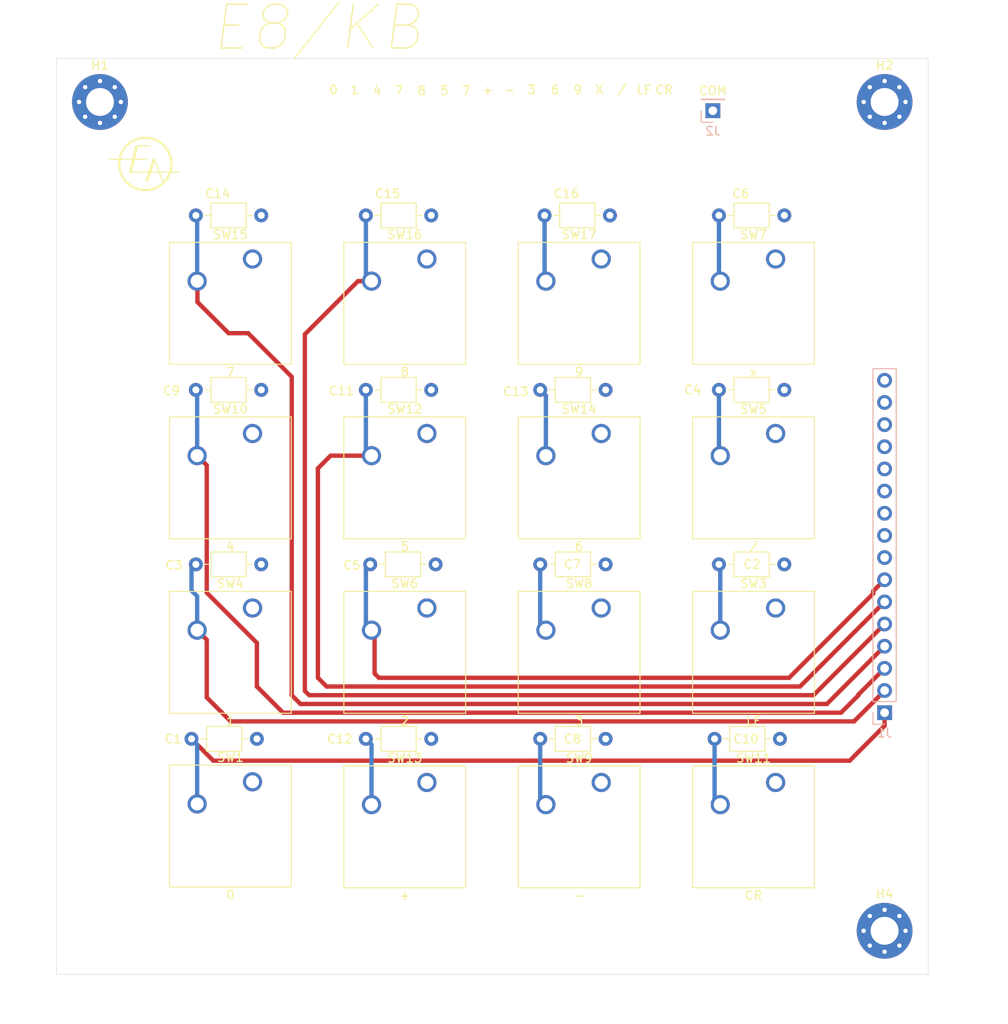
<source format=kicad_pcb>
(kicad_pcb (version 20171130) (host pcbnew "(5.1.10-1-10_14)")

  (general
    (thickness 1.6)
    (drawings 48)
    (tracks 81)
    (zones 0)
    (modules 38)
    (nets 18)
  )

  (page A4)
  (layers
    (0 F.Cu signal)
    (31 B.Cu signal)
    (32 B.Adhes user)
    (33 F.Adhes user)
    (34 B.Paste user)
    (35 F.Paste user)
    (36 B.SilkS user)
    (37 F.SilkS user)
    (38 B.Mask user)
    (39 F.Mask user)
    (40 Dwgs.User user)
    (41 Cmts.User user)
    (42 Eco1.User user)
    (43 Eco2.User user)
    (44 Edge.Cuts user)
    (45 Margin user)
    (46 B.CrtYd user)
    (47 F.CrtYd user)
    (48 B.Fab user)
    (49 F.Fab user)
  )

  (setup
    (last_trace_width 0.5)
    (user_trace_width 0.5)
    (user_trace_width 1)
    (trace_clearance 0.2)
    (zone_clearance 0.508)
    (zone_45_only no)
    (trace_min 0.2)
    (via_size 0.8)
    (via_drill 0.4)
    (via_min_size 0.4)
    (via_min_drill 0.3)
    (user_via 1.5 0.8)
    (uvia_size 0.3)
    (uvia_drill 0.1)
    (uvias_allowed no)
    (uvia_min_size 0.2)
    (uvia_min_drill 0.1)
    (edge_width 0.05)
    (segment_width 0.2)
    (pcb_text_width 0.3)
    (pcb_text_size 1.5 1.5)
    (mod_edge_width 0.12)
    (mod_text_size 1 1)
    (mod_text_width 0.15)
    (pad_size 1.524 1.524)
    (pad_drill 0.762)
    (pad_to_mask_clearance 0)
    (aux_axis_origin 0 0)
    (visible_elements FFFFFF7F)
    (pcbplotparams
      (layerselection 0x010fc_ffffffff)
      (usegerberextensions false)
      (usegerberattributes true)
      (usegerberadvancedattributes true)
      (creategerberjobfile true)
      (excludeedgelayer true)
      (linewidth 0.100000)
      (plotframeref false)
      (viasonmask false)
      (mode 1)
      (useauxorigin false)
      (hpglpennumber 1)
      (hpglpenspeed 20)
      (hpglpendiameter 15.000000)
      (psnegative false)
      (psa4output false)
      (plotreference true)
      (plotvalue true)
      (plotinvisibletext false)
      (padsonsilk false)
      (subtractmaskfromsilk false)
      (outputformat 1)
      (mirror false)
      (drillshape 0)
      (scaleselection 1)
      (outputdirectory "E8KB/"))
  )

  (net 0 "")
  (net 1 0)
  (net 2 1)
  (net 3 4)
  (net 4 7)
  (net 5 8)
  (net 6 5)
  (net 7 2)
  (net 8 +)
  (net 9 -)
  (net 10 3)
  (net 11 6)
  (net 12 9)
  (net 13 DIV)
  (net 14 LF)
  (net 15 CR)
  (net 16 X)
  (net 17 COM)

  (net_class Default "This is the default net class."
    (clearance 0.2)
    (trace_width 0.25)
    (via_dia 0.8)
    (via_drill 0.4)
    (uvia_dia 0.3)
    (uvia_drill 0.1)
    (add_net +)
    (add_net -)
    (add_net 0)
    (add_net 1)
    (add_net 2)
    (add_net 3)
    (add_net 4)
    (add_net 5)
    (add_net 6)
    (add_net 7)
    (add_net 8)
    (add_net 9)
    (add_net COM)
    (add_net CR)
    (add_net DIV)
    (add_net LF)
    (add_net X)
  )

  (module EDUC-8:EA_Symbol (layer F.Cu) (tedit 60BC925A) (tstamp 60CF8D7C)
    (at 111.7 52.1)
    (fp_text reference REF** (at 0 -5.08) (layer F.SilkS) hide
      (effects (font (size 1 1) (thickness 0.15)))
    )
    (fp_text value EA_Symbol (at 0 -6.985) (layer F.Fab) hide
      (effects (font (size 1 1) (thickness 0.15)))
    )
    (fp_circle (center 0 0) (end 3 0) (layer F.SilkS) (width 0.24))
    (fp_line (start -1 -2) (end -1.7 0.9) (layer F.SilkS) (width 0.3))
    (fp_line (start -1.04 -2.07) (end 0.57 -2.07) (layer F.SilkS) (width 0.12))
    (fp_line (start -4.09 -0.53) (end 0.11 -0.53) (layer F.SilkS) (width 0.12))
    (fp_line (start -1.75 0.95) (end 3.95 0.95) (layer F.SilkS) (width 0.12))
    (fp_line (start 1 -0.5) (end 0.2 1.9) (layer F.SilkS) (width 0.3))
    (fp_line (start 1.04 -0.51) (end 2 1.96) (layer F.SilkS) (width 0.12))
  )

  (module Connector_PinHeader_2.54mm:PinHeader_1x01_P2.54mm_Vertical (layer B.Cu) (tedit 59FED5CC) (tstamp 60CF6A30)
    (at 176.8 46)
    (descr "Through hole straight pin header, 1x01, 2.54mm pitch, single row")
    (tags "Through hole pin header THT 1x01 2.54mm single row")
    (path /7939B06F)
    (fp_text reference J2 (at 0 2.33) (layer B.SilkS)
      (effects (font (size 1 1) (thickness 0.15)) (justify mirror))
    )
    (fp_text value Conn_01x01_Female (at 0 -2.33) (layer B.Fab)
      (effects (font (size 1 1) (thickness 0.15)) (justify mirror))
    )
    (fp_line (start 1.8 1.8) (end -1.8 1.8) (layer B.CrtYd) (width 0.05))
    (fp_line (start 1.8 -1.8) (end 1.8 1.8) (layer B.CrtYd) (width 0.05))
    (fp_line (start -1.8 -1.8) (end 1.8 -1.8) (layer B.CrtYd) (width 0.05))
    (fp_line (start -1.8 1.8) (end -1.8 -1.8) (layer B.CrtYd) (width 0.05))
    (fp_line (start -1.33 1.33) (end 0 1.33) (layer B.SilkS) (width 0.12))
    (fp_line (start -1.33 0) (end -1.33 1.33) (layer B.SilkS) (width 0.12))
    (fp_line (start -1.33 -1.27) (end 1.33 -1.27) (layer B.SilkS) (width 0.12))
    (fp_line (start 1.33 -1.27) (end 1.33 -1.33) (layer B.SilkS) (width 0.12))
    (fp_line (start -1.33 -1.27) (end -1.33 -1.33) (layer B.SilkS) (width 0.12))
    (fp_line (start -1.33 -1.33) (end 1.33 -1.33) (layer B.SilkS) (width 0.12))
    (fp_line (start -1.27 0.635) (end -0.635 1.27) (layer B.Fab) (width 0.1))
    (fp_line (start -1.27 -1.27) (end -1.27 0.635) (layer B.Fab) (width 0.1))
    (fp_line (start 1.27 -1.27) (end -1.27 -1.27) (layer B.Fab) (width 0.1))
    (fp_line (start 1.27 1.27) (end 1.27 -1.27) (layer B.Fab) (width 0.1))
    (fp_line (start -0.635 1.27) (end 1.27 1.27) (layer B.Fab) (width 0.1))
    (fp_text user %R (at 4.34 0 -90) (layer B.Fab)
      (effects (font (size 1 1) (thickness 0.15)) (justify mirror))
    )
    (pad 1 thru_hole rect (at 0 0) (size 1.7 1.7) (drill 1) (layers *.Cu *.Mask)
      (net 17 COM))
    (model ${KISYS3DMOD}/Connector_PinHeader_2.54mm.3dshapes/PinHeader_1x01_P2.54mm_Vertical.wrl
      (at (xyz 0 0 0))
      (scale (xyz 1 1 1))
      (rotate (xyz 0 0 0))
    )
  )

  (module MountingHole:MountingHole_3.2mm_M3_Pad_Via (layer F.Cu) (tedit 56DDBCCA) (tstamp 60CF697B)
    (at 106.5 45)
    (descr "Mounting Hole 3.2mm, M3")
    (tags "mounting hole 3.2mm m3")
    (path /792EC3D4)
    (attr virtual)
    (fp_text reference H1 (at 0 -4.2) (layer F.SilkS)
      (effects (font (size 1 1) (thickness 0.15)))
    )
    (fp_text value MountingHole_Pad (at 0 4.2) (layer F.Fab)
      (effects (font (size 1 1) (thickness 0.15)))
    )
    (fp_circle (center 0 0) (end 3.45 0) (layer F.CrtYd) (width 0.05))
    (fp_circle (center 0 0) (end 3.2 0) (layer Cmts.User) (width 0.15))
    (fp_text user %R (at 0.3 0) (layer F.Fab)
      (effects (font (size 1 1) (thickness 0.15)))
    )
    (pad 1 thru_hole circle (at 1.697056 -1.697056) (size 0.8 0.8) (drill 0.5) (layers *.Cu *.Mask)
      (net 17 COM))
    (pad 1 thru_hole circle (at 0 -2.4) (size 0.8 0.8) (drill 0.5) (layers *.Cu *.Mask)
      (net 17 COM))
    (pad 1 thru_hole circle (at -1.697056 -1.697056) (size 0.8 0.8) (drill 0.5) (layers *.Cu *.Mask)
      (net 17 COM))
    (pad 1 thru_hole circle (at -2.4 0) (size 0.8 0.8) (drill 0.5) (layers *.Cu *.Mask)
      (net 17 COM))
    (pad 1 thru_hole circle (at -1.697056 1.697056) (size 0.8 0.8) (drill 0.5) (layers *.Cu *.Mask)
      (net 17 COM))
    (pad 1 thru_hole circle (at 0 2.4) (size 0.8 0.8) (drill 0.5) (layers *.Cu *.Mask)
      (net 17 COM))
    (pad 1 thru_hole circle (at 1.697056 1.697056) (size 0.8 0.8) (drill 0.5) (layers *.Cu *.Mask)
      (net 17 COM))
    (pad 1 thru_hole circle (at 2.4 0) (size 0.8 0.8) (drill 0.5) (layers *.Cu *.Mask)
      (net 17 COM))
    (pad 1 thru_hole circle (at 0 0) (size 6.4 6.4) (drill 3.2) (layers *.Cu *.Mask)
      (net 17 COM))
  )

  (module Capacitor_THT:C_Axial_L3.8mm_D2.6mm_P7.50mm_Horizontal (layer F.Cu) (tedit 5AE50EF0) (tstamp 60CF424F)
    (at 157.5 58)
    (descr "C, Axial series, Axial, Horizontal, pin pitch=7.5mm, , length*diameter=3.8*2.6mm^2, http://www.vishay.com/docs/45231/arseries.pdf")
    (tags "C Axial series Axial Horizontal pin pitch 7.5mm  length 3.8mm diameter 2.6mm")
    (path /79325C27)
    (fp_text reference C16 (at 2.5 -2.5) (layer F.SilkS)
      (effects (font (size 1 1) (thickness 0.15)))
    )
    (fp_text value C_Small (at 2.5 2.5) (layer F.Fab)
      (effects (font (size 1 1) (thickness 0.15)))
    )
    (fp_line (start 8.55 -1.55) (end -1.05 -1.55) (layer F.CrtYd) (width 0.05))
    (fp_line (start 8.55 1.55) (end 8.55 -1.55) (layer F.CrtYd) (width 0.05))
    (fp_line (start -1.05 1.55) (end 8.55 1.55) (layer F.CrtYd) (width 0.05))
    (fp_line (start -1.05 -1.55) (end -1.05 1.55) (layer F.CrtYd) (width 0.05))
    (fp_line (start 6.46 0) (end 5.77 0) (layer F.SilkS) (width 0.12))
    (fp_line (start 1.04 0) (end 1.73 0) (layer F.SilkS) (width 0.12))
    (fp_line (start 5.77 -1.42) (end 1.73 -1.42) (layer F.SilkS) (width 0.12))
    (fp_line (start 5.77 1.42) (end 5.77 -1.42) (layer F.SilkS) (width 0.12))
    (fp_line (start 1.73 1.42) (end 5.77 1.42) (layer F.SilkS) (width 0.12))
    (fp_line (start 1.73 -1.42) (end 1.73 1.42) (layer F.SilkS) (width 0.12))
    (fp_line (start 7.5 0) (end 5.65 0) (layer F.Fab) (width 0.1))
    (fp_line (start 0 0) (end 1.85 0) (layer F.Fab) (width 0.1))
    (fp_line (start 5.65 -1.3) (end 1.85 -1.3) (layer F.Fab) (width 0.1))
    (fp_line (start 5.65 1.3) (end 5.65 -1.3) (layer F.Fab) (width 0.1))
    (fp_line (start 1.85 1.3) (end 5.65 1.3) (layer F.Fab) (width 0.1))
    (fp_line (start 1.85 -1.3) (end 1.85 1.3) (layer F.Fab) (width 0.1))
    (fp_text user %R (at 2.5 0) (layer F.Fab)
      (effects (font (size 1 1) (thickness 0.15)))
    )
    (pad 2 thru_hole oval (at 7.5 0) (size 1.6 1.6) (drill 0.8) (layers *.Cu *.Mask)
      (net 17 COM))
    (pad 1 thru_hole circle (at 0 0) (size 1.6 1.6) (drill 0.8) (layers *.Cu *.Mask)
      (net 12 9))
    (model ${KISYS3DMOD}/Capacitor_THT.3dshapes/C_Axial_L3.8mm_D2.6mm_P7.50mm_Horizontal.wrl
      (at (xyz 0 0 0))
      (scale (xyz 1 1 1))
      (rotate (xyz 0 0 0))
    )
  )

  (module Capacitor_THT:C_Axial_L3.8mm_D2.6mm_P7.50mm_Horizontal (layer F.Cu) (tedit 5AE50EF0) (tstamp 60CF423C)
    (at 137 58)
    (descr "C, Axial series, Axial, Horizontal, pin pitch=7.5mm, , length*diameter=3.8*2.6mm^2, http://www.vishay.com/docs/45231/arseries.pdf")
    (tags "C Axial series Axial Horizontal pin pitch 7.5mm  length 3.8mm diameter 2.6mm")
    (path /792F9488)
    (fp_text reference C15 (at 2.5 -2.5) (layer F.SilkS)
      (effects (font (size 1 1) (thickness 0.15)))
    )
    (fp_text value C_Small (at 2.5 2.5) (layer F.Fab)
      (effects (font (size 1 1) (thickness 0.15)))
    )
    (fp_line (start 8.55 -1.55) (end -1.05 -1.55) (layer F.CrtYd) (width 0.05))
    (fp_line (start 8.55 1.55) (end 8.55 -1.55) (layer F.CrtYd) (width 0.05))
    (fp_line (start -1.05 1.55) (end 8.55 1.55) (layer F.CrtYd) (width 0.05))
    (fp_line (start -1.05 -1.55) (end -1.05 1.55) (layer F.CrtYd) (width 0.05))
    (fp_line (start 6.46 0) (end 5.77 0) (layer F.SilkS) (width 0.12))
    (fp_line (start 1.04 0) (end 1.73 0) (layer F.SilkS) (width 0.12))
    (fp_line (start 5.77 -1.42) (end 1.73 -1.42) (layer F.SilkS) (width 0.12))
    (fp_line (start 5.77 1.42) (end 5.77 -1.42) (layer F.SilkS) (width 0.12))
    (fp_line (start 1.73 1.42) (end 5.77 1.42) (layer F.SilkS) (width 0.12))
    (fp_line (start 1.73 -1.42) (end 1.73 1.42) (layer F.SilkS) (width 0.12))
    (fp_line (start 7.5 0) (end 5.65 0) (layer F.Fab) (width 0.1))
    (fp_line (start 0 0) (end 1.85 0) (layer F.Fab) (width 0.1))
    (fp_line (start 5.65 -1.3) (end 1.85 -1.3) (layer F.Fab) (width 0.1))
    (fp_line (start 5.65 1.3) (end 5.65 -1.3) (layer F.Fab) (width 0.1))
    (fp_line (start 1.85 1.3) (end 5.65 1.3) (layer F.Fab) (width 0.1))
    (fp_line (start 1.85 -1.3) (end 1.85 1.3) (layer F.Fab) (width 0.1))
    (fp_text user %R (at 2.5 0) (layer F.Fab)
      (effects (font (size 1 1) (thickness 0.15)))
    )
    (pad 2 thru_hole oval (at 7.5 0) (size 1.6 1.6) (drill 0.8) (layers *.Cu *.Mask)
      (net 17 COM))
    (pad 1 thru_hole circle (at 0 0) (size 1.6 1.6) (drill 0.8) (layers *.Cu *.Mask)
      (net 5 8))
    (model ${KISYS3DMOD}/Capacitor_THT.3dshapes/C_Axial_L3.8mm_D2.6mm_P7.50mm_Horizontal.wrl
      (at (xyz 0 0 0))
      (scale (xyz 1 1 1))
      (rotate (xyz 0 0 0))
    )
  )

  (module Capacitor_THT:C_Axial_L3.8mm_D2.6mm_P7.50mm_Horizontal (layer F.Cu) (tedit 5AE50EF0) (tstamp 60CF4CE3)
    (at 117.5 58)
    (descr "C, Axial series, Axial, Horizontal, pin pitch=7.5mm, , length*diameter=3.8*2.6mm^2, http://www.vishay.com/docs/45231/arseries.pdf")
    (tags "C Axial series Axial Horizontal pin pitch 7.5mm  length 3.8mm diameter 2.6mm")
    (path /792F8F5A)
    (fp_text reference C14 (at 2.5 -2.5) (layer F.SilkS)
      (effects (font (size 1 1) (thickness 0.15)))
    )
    (fp_text value C_Small (at 2.5 2.5) (layer F.Fab)
      (effects (font (size 1 1) (thickness 0.15)))
    )
    (fp_line (start 8.55 -1.55) (end -1.05 -1.55) (layer F.CrtYd) (width 0.05))
    (fp_line (start 8.55 1.55) (end 8.55 -1.55) (layer F.CrtYd) (width 0.05))
    (fp_line (start -1.05 1.55) (end 8.55 1.55) (layer F.CrtYd) (width 0.05))
    (fp_line (start -1.05 -1.55) (end -1.05 1.55) (layer F.CrtYd) (width 0.05))
    (fp_line (start 6.46 0) (end 5.77 0) (layer F.SilkS) (width 0.12))
    (fp_line (start 1.04 0) (end 1.73 0) (layer F.SilkS) (width 0.12))
    (fp_line (start 5.77 -1.42) (end 1.73 -1.42) (layer F.SilkS) (width 0.12))
    (fp_line (start 5.77 1.42) (end 5.77 -1.42) (layer F.SilkS) (width 0.12))
    (fp_line (start 1.73 1.42) (end 5.77 1.42) (layer F.SilkS) (width 0.12))
    (fp_line (start 1.73 -1.42) (end 1.73 1.42) (layer F.SilkS) (width 0.12))
    (fp_line (start 7.5 0) (end 5.65 0) (layer F.Fab) (width 0.1))
    (fp_line (start 0 0) (end 1.85 0) (layer F.Fab) (width 0.1))
    (fp_line (start 5.65 -1.3) (end 1.85 -1.3) (layer F.Fab) (width 0.1))
    (fp_line (start 5.65 1.3) (end 5.65 -1.3) (layer F.Fab) (width 0.1))
    (fp_line (start 1.85 1.3) (end 5.65 1.3) (layer F.Fab) (width 0.1))
    (fp_line (start 1.85 -1.3) (end 1.85 1.3) (layer F.Fab) (width 0.1))
    (fp_text user %R (at 2.5 0) (layer F.Fab)
      (effects (font (size 1 1) (thickness 0.15)))
    )
    (pad 2 thru_hole oval (at 7.5 0) (size 1.6 1.6) (drill 0.8) (layers *.Cu *.Mask)
      (net 17 COM))
    (pad 1 thru_hole circle (at 0 0) (size 1.6 1.6) (drill 0.8) (layers *.Cu *.Mask)
      (net 4 7))
    (model ${KISYS3DMOD}/Capacitor_THT.3dshapes/C_Axial_L3.8mm_D2.6mm_P7.50mm_Horizontal.wrl
      (at (xyz 0 0 0))
      (scale (xyz 1 1 1))
      (rotate (xyz 0 0 0))
    )
  )

  (module Capacitor_THT:C_Axial_L3.8mm_D2.6mm_P7.50mm_Horizontal (layer F.Cu) (tedit 5AE50EF0) (tstamp 60CF4216)
    (at 157 78)
    (descr "C, Axial series, Axial, Horizontal, pin pitch=7.5mm, , length*diameter=3.8*2.6mm^2, http://www.vishay.com/docs/45231/arseries.pdf")
    (tags "C Axial series Axial Horizontal pin pitch 7.5mm  length 3.8mm diameter 2.6mm")
    (path /792F8BEC)
    (fp_text reference C13 (at -2.8 0.2) (layer F.SilkS)
      (effects (font (size 1 1) (thickness 0.15)))
    )
    (fp_text value C_Small (at 2.5 2.5) (layer F.Fab)
      (effects (font (size 1 1) (thickness 0.15)))
    )
    (fp_line (start 8.55 -1.55) (end -1.05 -1.55) (layer F.CrtYd) (width 0.05))
    (fp_line (start 8.55 1.55) (end 8.55 -1.55) (layer F.CrtYd) (width 0.05))
    (fp_line (start -1.05 1.55) (end 8.55 1.55) (layer F.CrtYd) (width 0.05))
    (fp_line (start -1.05 -1.55) (end -1.05 1.55) (layer F.CrtYd) (width 0.05))
    (fp_line (start 6.46 0) (end 5.77 0) (layer F.SilkS) (width 0.12))
    (fp_line (start 1.04 0) (end 1.73 0) (layer F.SilkS) (width 0.12))
    (fp_line (start 5.77 -1.42) (end 1.73 -1.42) (layer F.SilkS) (width 0.12))
    (fp_line (start 5.77 1.42) (end 5.77 -1.42) (layer F.SilkS) (width 0.12))
    (fp_line (start 1.73 1.42) (end 5.77 1.42) (layer F.SilkS) (width 0.12))
    (fp_line (start 1.73 -1.42) (end 1.73 1.42) (layer F.SilkS) (width 0.12))
    (fp_line (start 7.5 0) (end 5.65 0) (layer F.Fab) (width 0.1))
    (fp_line (start 0 0) (end 1.85 0) (layer F.Fab) (width 0.1))
    (fp_line (start 5.65 -1.3) (end 1.85 -1.3) (layer F.Fab) (width 0.1))
    (fp_line (start 5.65 1.3) (end 5.65 -1.3) (layer F.Fab) (width 0.1))
    (fp_line (start 1.85 1.3) (end 5.65 1.3) (layer F.Fab) (width 0.1))
    (fp_line (start 1.85 -1.3) (end 1.85 1.3) (layer F.Fab) (width 0.1))
    (fp_text user %R (at 2.5 0) (layer F.Fab)
      (effects (font (size 1 1) (thickness 0.15)))
    )
    (pad 2 thru_hole oval (at 7.5 0) (size 1.6 1.6) (drill 0.8) (layers *.Cu *.Mask)
      (net 17 COM))
    (pad 1 thru_hole circle (at 0 0) (size 1.6 1.6) (drill 0.8) (layers *.Cu *.Mask)
      (net 11 6))
    (model ${KISYS3DMOD}/Capacitor_THT.3dshapes/C_Axial_L3.8mm_D2.6mm_P7.50mm_Horizontal.wrl
      (at (xyz 0 0 0))
      (scale (xyz 1 1 1))
      (rotate (xyz 0 0 0))
    )
  )

  (module Capacitor_THT:C_Axial_L3.8mm_D2.6mm_P7.50mm_Horizontal (layer F.Cu) (tedit 5AE50EF0) (tstamp 60CF4203)
    (at 137 118)
    (descr "C, Axial series, Axial, Horizontal, pin pitch=7.5mm, , length*diameter=3.8*2.6mm^2, http://www.vishay.com/docs/45231/arseries.pdf")
    (tags "C Axial series Axial Horizontal pin pitch 7.5mm  length 3.8mm diameter 2.6mm")
    (path /79366664)
    (fp_text reference C12 (at -3 0) (layer F.SilkS)
      (effects (font (size 1 1) (thickness 0.15)))
    )
    (fp_text value C_Small (at 2.5 2.5) (layer F.Fab)
      (effects (font (size 1 1) (thickness 0.15)))
    )
    (fp_line (start 8.55 -1.55) (end -1.05 -1.55) (layer F.CrtYd) (width 0.05))
    (fp_line (start 8.55 1.55) (end 8.55 -1.55) (layer F.CrtYd) (width 0.05))
    (fp_line (start -1.05 1.55) (end 8.55 1.55) (layer F.CrtYd) (width 0.05))
    (fp_line (start -1.05 -1.55) (end -1.05 1.55) (layer F.CrtYd) (width 0.05))
    (fp_line (start 6.46 0) (end 5.77 0) (layer F.SilkS) (width 0.12))
    (fp_line (start 1.04 0) (end 1.73 0) (layer F.SilkS) (width 0.12))
    (fp_line (start 5.77 -1.42) (end 1.73 -1.42) (layer F.SilkS) (width 0.12))
    (fp_line (start 5.77 1.42) (end 5.77 -1.42) (layer F.SilkS) (width 0.12))
    (fp_line (start 1.73 1.42) (end 5.77 1.42) (layer F.SilkS) (width 0.12))
    (fp_line (start 1.73 -1.42) (end 1.73 1.42) (layer F.SilkS) (width 0.12))
    (fp_line (start 7.5 0) (end 5.65 0) (layer F.Fab) (width 0.1))
    (fp_line (start 0 0) (end 1.85 0) (layer F.Fab) (width 0.1))
    (fp_line (start 5.65 -1.3) (end 1.85 -1.3) (layer F.Fab) (width 0.1))
    (fp_line (start 5.65 1.3) (end 5.65 -1.3) (layer F.Fab) (width 0.1))
    (fp_line (start 1.85 1.3) (end 5.65 1.3) (layer F.Fab) (width 0.1))
    (fp_line (start 1.85 -1.3) (end 1.85 1.3) (layer F.Fab) (width 0.1))
    (fp_text user %R (at 2.5 0) (layer F.Fab)
      (effects (font (size 1 1) (thickness 0.15)))
    )
    (pad 2 thru_hole oval (at 7.5 0) (size 1.6 1.6) (drill 0.8) (layers *.Cu *.Mask)
      (net 17 COM))
    (pad 1 thru_hole circle (at 0 0) (size 1.6 1.6) (drill 0.8) (layers *.Cu *.Mask)
      (net 8 +))
    (model ${KISYS3DMOD}/Capacitor_THT.3dshapes/C_Axial_L3.8mm_D2.6mm_P7.50mm_Horizontal.wrl
      (at (xyz 0 0 0))
      (scale (xyz 1 1 1))
      (rotate (xyz 0 0 0))
    )
  )

  (module Capacitor_THT:C_Axial_L3.8mm_D2.6mm_P7.50mm_Horizontal (layer F.Cu) (tedit 5AE50EF0) (tstamp 60CF41F0)
    (at 137 78)
    (descr "C, Axial series, Axial, Horizontal, pin pitch=7.5mm, , length*diameter=3.8*2.6mm^2, http://www.vishay.com/docs/45231/arseries.pdf")
    (tags "C Axial series Axial Horizontal pin pitch 7.5mm  length 3.8mm diameter 2.6mm")
    (path /792F887E)
    (fp_text reference C11 (at -2.8 0.1) (layer F.SilkS)
      (effects (font (size 1 1) (thickness 0.15)))
    )
    (fp_text value C_Small (at 2.5 2.5) (layer F.Fab)
      (effects (font (size 1 1) (thickness 0.15)))
    )
    (fp_line (start 8.55 -1.55) (end -1.05 -1.55) (layer F.CrtYd) (width 0.05))
    (fp_line (start 8.55 1.55) (end 8.55 -1.55) (layer F.CrtYd) (width 0.05))
    (fp_line (start -1.05 1.55) (end 8.55 1.55) (layer F.CrtYd) (width 0.05))
    (fp_line (start -1.05 -1.55) (end -1.05 1.55) (layer F.CrtYd) (width 0.05))
    (fp_line (start 6.46 0) (end 5.77 0) (layer F.SilkS) (width 0.12))
    (fp_line (start 1.04 0) (end 1.73 0) (layer F.SilkS) (width 0.12))
    (fp_line (start 5.77 -1.42) (end 1.73 -1.42) (layer F.SilkS) (width 0.12))
    (fp_line (start 5.77 1.42) (end 5.77 -1.42) (layer F.SilkS) (width 0.12))
    (fp_line (start 1.73 1.42) (end 5.77 1.42) (layer F.SilkS) (width 0.12))
    (fp_line (start 1.73 -1.42) (end 1.73 1.42) (layer F.SilkS) (width 0.12))
    (fp_line (start 7.5 0) (end 5.65 0) (layer F.Fab) (width 0.1))
    (fp_line (start 0 0) (end 1.85 0) (layer F.Fab) (width 0.1))
    (fp_line (start 5.65 -1.3) (end 1.85 -1.3) (layer F.Fab) (width 0.1))
    (fp_line (start 5.65 1.3) (end 5.65 -1.3) (layer F.Fab) (width 0.1))
    (fp_line (start 1.85 1.3) (end 5.65 1.3) (layer F.Fab) (width 0.1))
    (fp_line (start 1.85 -1.3) (end 1.85 1.3) (layer F.Fab) (width 0.1))
    (fp_text user %R (at 2.5 0) (layer F.Fab)
      (effects (font (size 1 1) (thickness 0.15)))
    )
    (pad 2 thru_hole oval (at 7.5 0) (size 1.6 1.6) (drill 0.8) (layers *.Cu *.Mask)
      (net 17 COM))
    (pad 1 thru_hole circle (at 0 0) (size 1.6 1.6) (drill 0.8) (layers *.Cu *.Mask)
      (net 6 5))
    (model ${KISYS3DMOD}/Capacitor_THT.3dshapes/C_Axial_L3.8mm_D2.6mm_P7.50mm_Horizontal.wrl
      (at (xyz 0 0 0))
      (scale (xyz 1 1 1))
      (rotate (xyz 0 0 0))
    )
  )

  (module Capacitor_THT:C_Axial_L3.8mm_D2.6mm_P7.50mm_Horizontal (layer F.Cu) (tedit 5AE50EF0) (tstamp 60CF41DD)
    (at 177 118)
    (descr "C, Axial series, Axial, Horizontal, pin pitch=7.5mm, , length*diameter=3.8*2.6mm^2, http://www.vishay.com/docs/45231/arseries.pdf")
    (tags "C Axial series Axial Horizontal pin pitch 7.5mm  length 3.8mm diameter 2.6mm")
    (path /792FAC3C)
    (fp_text reference C10 (at 3.6 0) (layer F.SilkS)
      (effects (font (size 1 1) (thickness 0.15)))
    )
    (fp_text value C_Small (at 2.5 2.5) (layer F.Fab)
      (effects (font (size 1 1) (thickness 0.15)))
    )
    (fp_line (start 8.55 -1.55) (end -1.05 -1.55) (layer F.CrtYd) (width 0.05))
    (fp_line (start 8.55 1.55) (end 8.55 -1.55) (layer F.CrtYd) (width 0.05))
    (fp_line (start -1.05 1.55) (end 8.55 1.55) (layer F.CrtYd) (width 0.05))
    (fp_line (start -1.05 -1.55) (end -1.05 1.55) (layer F.CrtYd) (width 0.05))
    (fp_line (start 6.46 0) (end 5.77 0) (layer F.SilkS) (width 0.12))
    (fp_line (start 1.04 0) (end 1.73 0) (layer F.SilkS) (width 0.12))
    (fp_line (start 5.77 -1.42) (end 1.73 -1.42) (layer F.SilkS) (width 0.12))
    (fp_line (start 5.77 1.42) (end 5.77 -1.42) (layer F.SilkS) (width 0.12))
    (fp_line (start 1.73 1.42) (end 5.77 1.42) (layer F.SilkS) (width 0.12))
    (fp_line (start 1.73 -1.42) (end 1.73 1.42) (layer F.SilkS) (width 0.12))
    (fp_line (start 7.5 0) (end 5.65 0) (layer F.Fab) (width 0.1))
    (fp_line (start 0 0) (end 1.85 0) (layer F.Fab) (width 0.1))
    (fp_line (start 5.65 -1.3) (end 1.85 -1.3) (layer F.Fab) (width 0.1))
    (fp_line (start 5.65 1.3) (end 5.65 -1.3) (layer F.Fab) (width 0.1))
    (fp_line (start 1.85 1.3) (end 5.65 1.3) (layer F.Fab) (width 0.1))
    (fp_line (start 1.85 -1.3) (end 1.85 1.3) (layer F.Fab) (width 0.1))
    (fp_text user %R (at 2.5 0) (layer F.Fab)
      (effects (font (size 1 1) (thickness 0.15)))
    )
    (pad 2 thru_hole oval (at 7.5 0) (size 1.6 1.6) (drill 0.8) (layers *.Cu *.Mask)
      (net 17 COM))
    (pad 1 thru_hole circle (at 0 0) (size 1.6 1.6) (drill 0.8) (layers *.Cu *.Mask)
      (net 15 CR))
    (model ${KISYS3DMOD}/Capacitor_THT.3dshapes/C_Axial_L3.8mm_D2.6mm_P7.50mm_Horizontal.wrl
      (at (xyz 0 0 0))
      (scale (xyz 1 1 1))
      (rotate (xyz 0 0 0))
    )
  )

  (module Capacitor_THT:C_Axial_L3.8mm_D2.6mm_P7.50mm_Horizontal (layer F.Cu) (tedit 5AE50EF0) (tstamp 60CF41CA)
    (at 117.5 78)
    (descr "C, Axial series, Axial, Horizontal, pin pitch=7.5mm, , length*diameter=3.8*2.6mm^2, http://www.vishay.com/docs/45231/arseries.pdf")
    (tags "C Axial series Axial Horizontal pin pitch 7.5mm  length 3.8mm diameter 2.6mm")
    (path /792F8435)
    (fp_text reference C9 (at -2.8 0.1) (layer F.SilkS)
      (effects (font (size 1 1) (thickness 0.15)))
    )
    (fp_text value C_Small (at 2.5 2.5) (layer F.Fab)
      (effects (font (size 1 1) (thickness 0.15)))
    )
    (fp_line (start 8.55 -1.55) (end -1.05 -1.55) (layer F.CrtYd) (width 0.05))
    (fp_line (start 8.55 1.55) (end 8.55 -1.55) (layer F.CrtYd) (width 0.05))
    (fp_line (start -1.05 1.55) (end 8.55 1.55) (layer F.CrtYd) (width 0.05))
    (fp_line (start -1.05 -1.55) (end -1.05 1.55) (layer F.CrtYd) (width 0.05))
    (fp_line (start 6.46 0) (end 5.77 0) (layer F.SilkS) (width 0.12))
    (fp_line (start 1.04 0) (end 1.73 0) (layer F.SilkS) (width 0.12))
    (fp_line (start 5.77 -1.42) (end 1.73 -1.42) (layer F.SilkS) (width 0.12))
    (fp_line (start 5.77 1.42) (end 5.77 -1.42) (layer F.SilkS) (width 0.12))
    (fp_line (start 1.73 1.42) (end 5.77 1.42) (layer F.SilkS) (width 0.12))
    (fp_line (start 1.73 -1.42) (end 1.73 1.42) (layer F.SilkS) (width 0.12))
    (fp_line (start 7.5 0) (end 5.65 0) (layer F.Fab) (width 0.1))
    (fp_line (start 0 0) (end 1.85 0) (layer F.Fab) (width 0.1))
    (fp_line (start 5.65 -1.3) (end 1.85 -1.3) (layer F.Fab) (width 0.1))
    (fp_line (start 5.65 1.3) (end 5.65 -1.3) (layer F.Fab) (width 0.1))
    (fp_line (start 1.85 1.3) (end 5.65 1.3) (layer F.Fab) (width 0.1))
    (fp_line (start 1.85 -1.3) (end 1.85 1.3) (layer F.Fab) (width 0.1))
    (fp_text user %R (at 2.5 0) (layer F.Fab)
      (effects (font (size 1 1) (thickness 0.15)))
    )
    (pad 2 thru_hole oval (at 7.5 0) (size 1.6 1.6) (drill 0.8) (layers *.Cu *.Mask)
      (net 17 COM))
    (pad 1 thru_hole circle (at 0 0) (size 1.6 1.6) (drill 0.8) (layers *.Cu *.Mask)
      (net 3 4))
    (model ${KISYS3DMOD}/Capacitor_THT.3dshapes/C_Axial_L3.8mm_D2.6mm_P7.50mm_Horizontal.wrl
      (at (xyz 0 0 0))
      (scale (xyz 1 1 1))
      (rotate (xyz 0 0 0))
    )
  )

  (module Capacitor_THT:C_Axial_L3.8mm_D2.6mm_P7.50mm_Horizontal (layer F.Cu) (tedit 5AE50EF0) (tstamp 60CF41B7)
    (at 157 118)
    (descr "C, Axial series, Axial, Horizontal, pin pitch=7.5mm, , length*diameter=3.8*2.6mm^2, http://www.vishay.com/docs/45231/arseries.pdf")
    (tags "C Axial series Axial Horizontal pin pitch 7.5mm  length 3.8mm diameter 2.6mm")
    (path /792FA7D2)
    (fp_text reference C8 (at 3.7 0) (layer F.SilkS)
      (effects (font (size 1 1) (thickness 0.15)))
    )
    (fp_text value C_Small (at 2.5 2.5) (layer F.Fab)
      (effects (font (size 1 1) (thickness 0.15)))
    )
    (fp_line (start 8.55 -1.55) (end -1.05 -1.55) (layer F.CrtYd) (width 0.05))
    (fp_line (start 8.55 1.55) (end 8.55 -1.55) (layer F.CrtYd) (width 0.05))
    (fp_line (start -1.05 1.55) (end 8.55 1.55) (layer F.CrtYd) (width 0.05))
    (fp_line (start -1.05 -1.55) (end -1.05 1.55) (layer F.CrtYd) (width 0.05))
    (fp_line (start 6.46 0) (end 5.77 0) (layer F.SilkS) (width 0.12))
    (fp_line (start 1.04 0) (end 1.73 0) (layer F.SilkS) (width 0.12))
    (fp_line (start 5.77 -1.42) (end 1.73 -1.42) (layer F.SilkS) (width 0.12))
    (fp_line (start 5.77 1.42) (end 5.77 -1.42) (layer F.SilkS) (width 0.12))
    (fp_line (start 1.73 1.42) (end 5.77 1.42) (layer F.SilkS) (width 0.12))
    (fp_line (start 1.73 -1.42) (end 1.73 1.42) (layer F.SilkS) (width 0.12))
    (fp_line (start 7.5 0) (end 5.65 0) (layer F.Fab) (width 0.1))
    (fp_line (start 0 0) (end 1.85 0) (layer F.Fab) (width 0.1))
    (fp_line (start 5.65 -1.3) (end 1.85 -1.3) (layer F.Fab) (width 0.1))
    (fp_line (start 5.65 1.3) (end 5.65 -1.3) (layer F.Fab) (width 0.1))
    (fp_line (start 1.85 1.3) (end 5.65 1.3) (layer F.Fab) (width 0.1))
    (fp_line (start 1.85 -1.3) (end 1.85 1.3) (layer F.Fab) (width 0.1))
    (fp_text user %R (at 2.5 0) (layer F.Fab)
      (effects (font (size 1 1) (thickness 0.15)))
    )
    (pad 2 thru_hole oval (at 7.5 0) (size 1.6 1.6) (drill 0.8) (layers *.Cu *.Mask)
      (net 17 COM))
    (pad 1 thru_hole circle (at 0 0) (size 1.6 1.6) (drill 0.8) (layers *.Cu *.Mask)
      (net 9 -))
    (model ${KISYS3DMOD}/Capacitor_THT.3dshapes/C_Axial_L3.8mm_D2.6mm_P7.50mm_Horizontal.wrl
      (at (xyz 0 0 0))
      (scale (xyz 1 1 1))
      (rotate (xyz 0 0 0))
    )
  )

  (module Capacitor_THT:C_Axial_L3.8mm_D2.6mm_P7.50mm_Horizontal (layer F.Cu) (tedit 5AE50EF0) (tstamp 60CF41A4)
    (at 157 98)
    (descr "C, Axial series, Axial, Horizontal, pin pitch=7.5mm, , length*diameter=3.8*2.6mm^2, http://www.vishay.com/docs/45231/arseries.pdf")
    (tags "C Axial series Axial Horizontal pin pitch 7.5mm  length 3.8mm diameter 2.6mm")
    (path /792F8024)
    (fp_text reference C7 (at 3.7 0) (layer F.SilkS)
      (effects (font (size 1 1) (thickness 0.15)))
    )
    (fp_text value C_Small (at 2.5 2.5) (layer F.Fab)
      (effects (font (size 1 1) (thickness 0.15)))
    )
    (fp_line (start 8.55 -1.55) (end -1.05 -1.55) (layer F.CrtYd) (width 0.05))
    (fp_line (start 8.55 1.55) (end 8.55 -1.55) (layer F.CrtYd) (width 0.05))
    (fp_line (start -1.05 1.55) (end 8.55 1.55) (layer F.CrtYd) (width 0.05))
    (fp_line (start -1.05 -1.55) (end -1.05 1.55) (layer F.CrtYd) (width 0.05))
    (fp_line (start 6.46 0) (end 5.77 0) (layer F.SilkS) (width 0.12))
    (fp_line (start 1.04 0) (end 1.73 0) (layer F.SilkS) (width 0.12))
    (fp_line (start 5.77 -1.42) (end 1.73 -1.42) (layer F.SilkS) (width 0.12))
    (fp_line (start 5.77 1.42) (end 5.77 -1.42) (layer F.SilkS) (width 0.12))
    (fp_line (start 1.73 1.42) (end 5.77 1.42) (layer F.SilkS) (width 0.12))
    (fp_line (start 1.73 -1.42) (end 1.73 1.42) (layer F.SilkS) (width 0.12))
    (fp_line (start 7.5 0) (end 5.65 0) (layer F.Fab) (width 0.1))
    (fp_line (start 0 0) (end 1.85 0) (layer F.Fab) (width 0.1))
    (fp_line (start 5.65 -1.3) (end 1.85 -1.3) (layer F.Fab) (width 0.1))
    (fp_line (start 5.65 1.3) (end 5.65 -1.3) (layer F.Fab) (width 0.1))
    (fp_line (start 1.85 1.3) (end 5.65 1.3) (layer F.Fab) (width 0.1))
    (fp_line (start 1.85 -1.3) (end 1.85 1.3) (layer F.Fab) (width 0.1))
    (fp_text user %R (at 2.5 0) (layer F.Fab)
      (effects (font (size 1 1) (thickness 0.15)))
    )
    (pad 2 thru_hole oval (at 7.5 0) (size 1.6 1.6) (drill 0.8) (layers *.Cu *.Mask)
      (net 17 COM))
    (pad 1 thru_hole circle (at 0 0) (size 1.6 1.6) (drill 0.8) (layers *.Cu *.Mask)
      (net 10 3))
    (model ${KISYS3DMOD}/Capacitor_THT.3dshapes/C_Axial_L3.8mm_D2.6mm_P7.50mm_Horizontal.wrl
      (at (xyz 0 0 0))
      (scale (xyz 1 1 1))
      (rotate (xyz 0 0 0))
    )
  )

  (module Capacitor_THT:C_Axial_L3.8mm_D2.6mm_P7.50mm_Horizontal (layer F.Cu) (tedit 5AE50EF0) (tstamp 60CF4191)
    (at 177.5 58)
    (descr "C, Axial series, Axial, Horizontal, pin pitch=7.5mm, , length*diameter=3.8*2.6mm^2, http://www.vishay.com/docs/45231/arseries.pdf")
    (tags "C Axial series Axial Horizontal pin pitch 7.5mm  length 3.8mm diameter 2.6mm")
    (path /792FA1B9)
    (fp_text reference C6 (at 2.5 -2.5) (layer F.SilkS)
      (effects (font (size 1 1) (thickness 0.15)))
    )
    (fp_text value C_Small (at 2.5 2.5) (layer F.Fab)
      (effects (font (size 1 1) (thickness 0.15)))
    )
    (fp_line (start 8.55 -1.55) (end -1.05 -1.55) (layer F.CrtYd) (width 0.05))
    (fp_line (start 8.55 1.55) (end 8.55 -1.55) (layer F.CrtYd) (width 0.05))
    (fp_line (start -1.05 1.55) (end 8.55 1.55) (layer F.CrtYd) (width 0.05))
    (fp_line (start -1.05 -1.55) (end -1.05 1.55) (layer F.CrtYd) (width 0.05))
    (fp_line (start 6.46 0) (end 5.77 0) (layer F.SilkS) (width 0.12))
    (fp_line (start 1.04 0) (end 1.73 0) (layer F.SilkS) (width 0.12))
    (fp_line (start 5.77 -1.42) (end 1.73 -1.42) (layer F.SilkS) (width 0.12))
    (fp_line (start 5.77 1.42) (end 5.77 -1.42) (layer F.SilkS) (width 0.12))
    (fp_line (start 1.73 1.42) (end 5.77 1.42) (layer F.SilkS) (width 0.12))
    (fp_line (start 1.73 -1.42) (end 1.73 1.42) (layer F.SilkS) (width 0.12))
    (fp_line (start 7.5 0) (end 5.65 0) (layer F.Fab) (width 0.1))
    (fp_line (start 0 0) (end 1.85 0) (layer F.Fab) (width 0.1))
    (fp_line (start 5.65 -1.3) (end 1.85 -1.3) (layer F.Fab) (width 0.1))
    (fp_line (start 5.65 1.3) (end 5.65 -1.3) (layer F.Fab) (width 0.1))
    (fp_line (start 1.85 1.3) (end 5.65 1.3) (layer F.Fab) (width 0.1))
    (fp_line (start 1.85 -1.3) (end 1.85 1.3) (layer F.Fab) (width 0.1))
    (fp_text user %R (at 2.5 0) (layer F.Fab)
      (effects (font (size 1 1) (thickness 0.15)))
    )
    (pad 2 thru_hole oval (at 7.5 0) (size 1.6 1.6) (drill 0.8) (layers *.Cu *.Mask)
      (net 17 COM))
    (pad 1 thru_hole circle (at 0 0) (size 1.6 1.6) (drill 0.8) (layers *.Cu *.Mask)
      (net 16 X))
    (model ${KISYS3DMOD}/Capacitor_THT.3dshapes/C_Axial_L3.8mm_D2.6mm_P7.50mm_Horizontal.wrl
      (at (xyz 0 0 0))
      (scale (xyz 1 1 1))
      (rotate (xyz 0 0 0))
    )
  )

  (module Capacitor_THT:C_Axial_L3.8mm_D2.6mm_P7.50mm_Horizontal (layer F.Cu) (tedit 5AE50EF0) (tstamp 60CF417E)
    (at 137.5 98)
    (descr "C, Axial series, Axial, Horizontal, pin pitch=7.5mm, , length*diameter=3.8*2.6mm^2, http://www.vishay.com/docs/45231/arseries.pdf")
    (tags "C Axial series Axial Horizontal pin pitch 7.5mm  length 3.8mm diameter 2.6mm")
    (path /792F7DE5)
    (fp_text reference C5 (at -2.1 0.1) (layer F.SilkS)
      (effects (font (size 1 1) (thickness 0.15)))
    )
    (fp_text value C_Small (at 2.5 2.5) (layer F.Fab)
      (effects (font (size 1 1) (thickness 0.15)))
    )
    (fp_line (start 8.55 -1.55) (end -1.05 -1.55) (layer F.CrtYd) (width 0.05))
    (fp_line (start 8.55 1.55) (end 8.55 -1.55) (layer F.CrtYd) (width 0.05))
    (fp_line (start -1.05 1.55) (end 8.55 1.55) (layer F.CrtYd) (width 0.05))
    (fp_line (start -1.05 -1.55) (end -1.05 1.55) (layer F.CrtYd) (width 0.05))
    (fp_line (start 6.46 0) (end 5.77 0) (layer F.SilkS) (width 0.12))
    (fp_line (start 1.04 0) (end 1.73 0) (layer F.SilkS) (width 0.12))
    (fp_line (start 5.77 -1.42) (end 1.73 -1.42) (layer F.SilkS) (width 0.12))
    (fp_line (start 5.77 1.42) (end 5.77 -1.42) (layer F.SilkS) (width 0.12))
    (fp_line (start 1.73 1.42) (end 5.77 1.42) (layer F.SilkS) (width 0.12))
    (fp_line (start 1.73 -1.42) (end 1.73 1.42) (layer F.SilkS) (width 0.12))
    (fp_line (start 7.5 0) (end 5.65 0) (layer F.Fab) (width 0.1))
    (fp_line (start 0 0) (end 1.85 0) (layer F.Fab) (width 0.1))
    (fp_line (start 5.65 -1.3) (end 1.85 -1.3) (layer F.Fab) (width 0.1))
    (fp_line (start 5.65 1.3) (end 5.65 -1.3) (layer F.Fab) (width 0.1))
    (fp_line (start 1.85 1.3) (end 5.65 1.3) (layer F.Fab) (width 0.1))
    (fp_line (start 1.85 -1.3) (end 1.85 1.3) (layer F.Fab) (width 0.1))
    (fp_text user %R (at 2.5 0) (layer F.Fab)
      (effects (font (size 1 1) (thickness 0.15)))
    )
    (pad 2 thru_hole oval (at 7.5 0) (size 1.6 1.6) (drill 0.8) (layers *.Cu *.Mask)
      (net 17 COM))
    (pad 1 thru_hole circle (at 0 0) (size 1.6 1.6) (drill 0.8) (layers *.Cu *.Mask)
      (net 7 2))
    (model ${KISYS3DMOD}/Capacitor_THT.3dshapes/C_Axial_L3.8mm_D2.6mm_P7.50mm_Horizontal.wrl
      (at (xyz 0 0 0))
      (scale (xyz 1 1 1))
      (rotate (xyz 0 0 0))
    )
  )

  (module Capacitor_THT:C_Axial_L3.8mm_D2.6mm_P7.50mm_Horizontal (layer F.Cu) (tedit 5AE50EF0) (tstamp 60CF416B)
    (at 177.5 78)
    (descr "C, Axial series, Axial, Horizontal, pin pitch=7.5mm, , length*diameter=3.8*2.6mm^2, http://www.vishay.com/docs/45231/arseries.pdf")
    (tags "C Axial series Axial Horizontal pin pitch 7.5mm  length 3.8mm diameter 2.6mm")
    (path /792F9FEA)
    (fp_text reference C4 (at -3 0) (layer F.SilkS)
      (effects (font (size 1 1) (thickness 0.15)))
    )
    (fp_text value C_Small (at 2.5 2.5) (layer F.Fab)
      (effects (font (size 1 1) (thickness 0.15)))
    )
    (fp_line (start 8.55 -1.55) (end -1.05 -1.55) (layer F.CrtYd) (width 0.05))
    (fp_line (start 8.55 1.55) (end 8.55 -1.55) (layer F.CrtYd) (width 0.05))
    (fp_line (start -1.05 1.55) (end 8.55 1.55) (layer F.CrtYd) (width 0.05))
    (fp_line (start -1.05 -1.55) (end -1.05 1.55) (layer F.CrtYd) (width 0.05))
    (fp_line (start 6.46 0) (end 5.77 0) (layer F.SilkS) (width 0.12))
    (fp_line (start 1.04 0) (end 1.73 0) (layer F.SilkS) (width 0.12))
    (fp_line (start 5.77 -1.42) (end 1.73 -1.42) (layer F.SilkS) (width 0.12))
    (fp_line (start 5.77 1.42) (end 5.77 -1.42) (layer F.SilkS) (width 0.12))
    (fp_line (start 1.73 1.42) (end 5.77 1.42) (layer F.SilkS) (width 0.12))
    (fp_line (start 1.73 -1.42) (end 1.73 1.42) (layer F.SilkS) (width 0.12))
    (fp_line (start 7.5 0) (end 5.65 0) (layer F.Fab) (width 0.1))
    (fp_line (start 0 0) (end 1.85 0) (layer F.Fab) (width 0.1))
    (fp_line (start 5.65 -1.3) (end 1.85 -1.3) (layer F.Fab) (width 0.1))
    (fp_line (start 5.65 1.3) (end 5.65 -1.3) (layer F.Fab) (width 0.1))
    (fp_line (start 1.85 1.3) (end 5.65 1.3) (layer F.Fab) (width 0.1))
    (fp_line (start 1.85 -1.3) (end 1.85 1.3) (layer F.Fab) (width 0.1))
    (fp_text user %R (at 2.5 0) (layer F.Fab)
      (effects (font (size 1 1) (thickness 0.15)))
    )
    (pad 2 thru_hole oval (at 7.5 0) (size 1.6 1.6) (drill 0.8) (layers *.Cu *.Mask)
      (net 17 COM))
    (pad 1 thru_hole circle (at 0 0) (size 1.6 1.6) (drill 0.8) (layers *.Cu *.Mask)
      (net 13 DIV))
    (model ${KISYS3DMOD}/Capacitor_THT.3dshapes/C_Axial_L3.8mm_D2.6mm_P7.50mm_Horizontal.wrl
      (at (xyz 0 0 0))
      (scale (xyz 1 1 1))
      (rotate (xyz 0 0 0))
    )
  )

  (module Capacitor_THT:C_Axial_L3.8mm_D2.6mm_P7.50mm_Horizontal (layer F.Cu) (tedit 5AE50EF0) (tstamp 60CF4158)
    (at 117.5 98)
    (descr "C, Axial series, Axial, Horizontal, pin pitch=7.5mm, , length*diameter=3.8*2.6mm^2, http://www.vishay.com/docs/45231/arseries.pdf")
    (tags "C Axial series Axial Horizontal pin pitch 7.5mm  length 3.8mm diameter 2.6mm")
    (path /792F7B31)
    (fp_text reference C3 (at -2.5 0.1) (layer F.SilkS)
      (effects (font (size 1 1) (thickness 0.15)))
    )
    (fp_text value C_Small (at 2.5 2.5) (layer F.Fab)
      (effects (font (size 1 1) (thickness 0.15)))
    )
    (fp_line (start 8.55 -1.55) (end -1.05 -1.55) (layer F.CrtYd) (width 0.05))
    (fp_line (start 8.55 1.55) (end 8.55 -1.55) (layer F.CrtYd) (width 0.05))
    (fp_line (start -1.05 1.55) (end 8.55 1.55) (layer F.CrtYd) (width 0.05))
    (fp_line (start -1.05 -1.55) (end -1.05 1.55) (layer F.CrtYd) (width 0.05))
    (fp_line (start 6.46 0) (end 5.77 0) (layer F.SilkS) (width 0.12))
    (fp_line (start 1.04 0) (end 1.73 0) (layer F.SilkS) (width 0.12))
    (fp_line (start 5.77 -1.42) (end 1.73 -1.42) (layer F.SilkS) (width 0.12))
    (fp_line (start 5.77 1.42) (end 5.77 -1.42) (layer F.SilkS) (width 0.12))
    (fp_line (start 1.73 1.42) (end 5.77 1.42) (layer F.SilkS) (width 0.12))
    (fp_line (start 1.73 -1.42) (end 1.73 1.42) (layer F.SilkS) (width 0.12))
    (fp_line (start 7.5 0) (end 5.65 0) (layer F.Fab) (width 0.1))
    (fp_line (start 0 0) (end 1.85 0) (layer F.Fab) (width 0.1))
    (fp_line (start 5.65 -1.3) (end 1.85 -1.3) (layer F.Fab) (width 0.1))
    (fp_line (start 5.65 1.3) (end 5.65 -1.3) (layer F.Fab) (width 0.1))
    (fp_line (start 1.85 1.3) (end 5.65 1.3) (layer F.Fab) (width 0.1))
    (fp_line (start 1.85 -1.3) (end 1.85 1.3) (layer F.Fab) (width 0.1))
    (fp_text user %R (at 2.5 0) (layer F.Fab)
      (effects (font (size 1 1) (thickness 0.15)))
    )
    (pad 2 thru_hole oval (at 7.5 0) (size 1.6 1.6) (drill 0.8) (layers *.Cu *.Mask)
      (net 17 COM))
    (pad 1 thru_hole circle (at 0 0) (size 1.6 1.6) (drill 0.8) (layers *.Cu *.Mask)
      (net 2 1))
    (model ${KISYS3DMOD}/Capacitor_THT.3dshapes/C_Axial_L3.8mm_D2.6mm_P7.50mm_Horizontal.wrl
      (at (xyz 0 0 0))
      (scale (xyz 1 1 1))
      (rotate (xyz 0 0 0))
    )
  )

  (module Capacitor_THT:C_Axial_L3.8mm_D2.6mm_P7.50mm_Horizontal (layer F.Cu) (tedit 5AE50EF0) (tstamp 60CF4145)
    (at 177.5 98)
    (descr "C, Axial series, Axial, Horizontal, pin pitch=7.5mm, , length*diameter=3.8*2.6mm^2, http://www.vishay.com/docs/45231/arseries.pdf")
    (tags "C Axial series Axial Horizontal pin pitch 7.5mm  length 3.8mm diameter 2.6mm")
    (path /792F98E0)
    (fp_text reference C2 (at 3.8 0) (layer F.SilkS)
      (effects (font (size 1 1) (thickness 0.15)))
    )
    (fp_text value C_Small (at 3.5 2.7) (layer F.Fab)
      (effects (font (size 1 1) (thickness 0.15)))
    )
    (fp_line (start 8.55 -1.55) (end -1.05 -1.55) (layer F.CrtYd) (width 0.05))
    (fp_line (start 8.55 1.55) (end 8.55 -1.55) (layer F.CrtYd) (width 0.05))
    (fp_line (start -1.05 1.55) (end 8.55 1.55) (layer F.CrtYd) (width 0.05))
    (fp_line (start -1.05 -1.55) (end -1.05 1.55) (layer F.CrtYd) (width 0.05))
    (fp_line (start 6.46 0) (end 5.77 0) (layer F.SilkS) (width 0.12))
    (fp_line (start 1.04 0) (end 1.73 0) (layer F.SilkS) (width 0.12))
    (fp_line (start 5.77 -1.42) (end 1.73 -1.42) (layer F.SilkS) (width 0.12))
    (fp_line (start 5.77 1.42) (end 5.77 -1.42) (layer F.SilkS) (width 0.12))
    (fp_line (start 1.73 1.42) (end 5.77 1.42) (layer F.SilkS) (width 0.12))
    (fp_line (start 1.73 -1.42) (end 1.73 1.42) (layer F.SilkS) (width 0.12))
    (fp_line (start 7.5 0) (end 5.65 0) (layer F.Fab) (width 0.1))
    (fp_line (start 0 0) (end 1.85 0) (layer F.Fab) (width 0.1))
    (fp_line (start 5.65 -1.3) (end 1.85 -1.3) (layer F.Fab) (width 0.1))
    (fp_line (start 5.65 1.3) (end 5.65 -1.3) (layer F.Fab) (width 0.1))
    (fp_line (start 1.85 1.3) (end 5.65 1.3) (layer F.Fab) (width 0.1))
    (fp_line (start 1.85 -1.3) (end 1.85 1.3) (layer F.Fab) (width 0.1))
    (fp_text user %R (at 2.5 0) (layer F.Fab)
      (effects (font (size 1 1) (thickness 0.15)))
    )
    (pad 2 thru_hole oval (at 7.5 0) (size 1.6 1.6) (drill 0.8) (layers *.Cu *.Mask)
      (net 17 COM))
    (pad 1 thru_hole circle (at 0 0) (size 1.6 1.6) (drill 0.8) (layers *.Cu *.Mask)
      (net 14 LF))
    (model ${KISYS3DMOD}/Capacitor_THT.3dshapes/C_Axial_L3.8mm_D2.6mm_P7.50mm_Horizontal.wrl
      (at (xyz 0 0 0))
      (scale (xyz 1 1 1))
      (rotate (xyz 0 0 0))
    )
  )

  (module Capacitor_THT:C_Axial_L3.8mm_D2.6mm_P7.50mm_Horizontal (layer F.Cu) (tedit 5AE50EF0) (tstamp 60CF48E5)
    (at 117 118)
    (descr "C, Axial series, Axial, Horizontal, pin pitch=7.5mm, , length*diameter=3.8*2.6mm^2, http://www.vishay.com/docs/45231/arseries.pdf")
    (tags "C Axial series Axial Horizontal pin pitch 7.5mm  length 3.8mm diameter 2.6mm")
    (path /792F6EEF)
    (fp_text reference C1 (at -2.1 0) (layer F.SilkS)
      (effects (font (size 1 1) (thickness 0.15)))
    )
    (fp_text value C_Small (at 2.5 2.5) (layer F.Fab)
      (effects (font (size 1 1) (thickness 0.15)))
    )
    (fp_line (start 8.55 -1.55) (end -1.05 -1.55) (layer F.CrtYd) (width 0.05))
    (fp_line (start 8.55 1.55) (end 8.55 -1.55) (layer F.CrtYd) (width 0.05))
    (fp_line (start -1.05 1.55) (end 8.55 1.55) (layer F.CrtYd) (width 0.05))
    (fp_line (start -1.05 -1.55) (end -1.05 1.55) (layer F.CrtYd) (width 0.05))
    (fp_line (start 6.46 0) (end 5.77 0) (layer F.SilkS) (width 0.12))
    (fp_line (start 1.04 0) (end 1.73 0) (layer F.SilkS) (width 0.12))
    (fp_line (start 5.77 -1.42) (end 1.73 -1.42) (layer F.SilkS) (width 0.12))
    (fp_line (start 5.77 1.42) (end 5.77 -1.42) (layer F.SilkS) (width 0.12))
    (fp_line (start 1.73 1.42) (end 5.77 1.42) (layer F.SilkS) (width 0.12))
    (fp_line (start 1.73 -1.42) (end 1.73 1.42) (layer F.SilkS) (width 0.12))
    (fp_line (start 7.5 0) (end 5.65 0) (layer F.Fab) (width 0.1))
    (fp_line (start 0 0) (end 1.85 0) (layer F.Fab) (width 0.1))
    (fp_line (start 5.65 -1.3) (end 1.85 -1.3) (layer F.Fab) (width 0.1))
    (fp_line (start 5.65 1.3) (end 5.65 -1.3) (layer F.Fab) (width 0.1))
    (fp_line (start 1.85 1.3) (end 5.65 1.3) (layer F.Fab) (width 0.1))
    (fp_line (start 1.85 -1.3) (end 1.85 1.3) (layer F.Fab) (width 0.1))
    (fp_text user %R (at 2.5 0) (layer F.Fab)
      (effects (font (size 1 1) (thickness 0.15)))
    )
    (pad 2 thru_hole oval (at 7.5 0) (size 1.6 1.6) (drill 0.8) (layers *.Cu *.Mask)
      (net 17 COM))
    (pad 1 thru_hole circle (at 0 0) (size 1.6 1.6) (drill 0.8) (layers *.Cu *.Mask)
      (net 1 0))
    (model ${KISYS3DMOD}/Capacitor_THT.3dshapes/C_Axial_L3.8mm_D2.6mm_P7.50mm_Horizontal.wrl
      (at (xyz 0 0 0))
      (scale (xyz 1 1 1))
      (rotate (xyz 0 0 0))
    )
  )

  (module MountingHole:MountingHole_3.2mm_M3_Pad_Via (layer F.Cu) (tedit 56DDBCCA) (tstamp 60CF428F)
    (at 196.5 140)
    (descr "Mounting Hole 3.2mm, M3")
    (tags "mounting hole 3.2mm m3")
    (path /792F6354)
    (attr virtual)
    (fp_text reference H4 (at 0 -4.2) (layer F.SilkS)
      (effects (font (size 1 1) (thickness 0.15)))
    )
    (fp_text value MountingHole_Pad (at 0 4.2) (layer F.Fab)
      (effects (font (size 1 1) (thickness 0.15)))
    )
    (fp_circle (center 0 0) (end 3.45 0) (layer F.CrtYd) (width 0.05))
    (fp_circle (center 0 0) (end 3.2 0) (layer Cmts.User) (width 0.15))
    (fp_text user %R (at 0.3 0) (layer F.Fab)
      (effects (font (size 1 1) (thickness 0.15)))
    )
    (pad 1 thru_hole circle (at 1.697056 -1.697056) (size 0.8 0.8) (drill 0.5) (layers *.Cu *.Mask)
      (net 17 COM))
    (pad 1 thru_hole circle (at 0 -2.4) (size 0.8 0.8) (drill 0.5) (layers *.Cu *.Mask)
      (net 17 COM))
    (pad 1 thru_hole circle (at -1.697056 -1.697056) (size 0.8 0.8) (drill 0.5) (layers *.Cu *.Mask)
      (net 17 COM))
    (pad 1 thru_hole circle (at -2.4 0) (size 0.8 0.8) (drill 0.5) (layers *.Cu *.Mask)
      (net 17 COM))
    (pad 1 thru_hole circle (at -1.697056 1.697056) (size 0.8 0.8) (drill 0.5) (layers *.Cu *.Mask)
      (net 17 COM))
    (pad 1 thru_hole circle (at 0 2.4) (size 0.8 0.8) (drill 0.5) (layers *.Cu *.Mask)
      (net 17 COM))
    (pad 1 thru_hole circle (at 1.697056 1.697056) (size 0.8 0.8) (drill 0.5) (layers *.Cu *.Mask)
      (net 17 COM))
    (pad 1 thru_hole circle (at 2.4 0) (size 0.8 0.8) (drill 0.5) (layers *.Cu *.Mask)
      (net 17 COM))
    (pad 1 thru_hole circle (at 0 0) (size 6.4 6.4) (drill 3.2) (layers *.Cu *.Mask)
      (net 17 COM))
  )

  (module MountingHole:MountingHole_3.2mm_M3_Pad_Via (layer F.Cu) (tedit 56DDBCCA) (tstamp 60CF426F)
    (at 196.5 45)
    (descr "Mounting Hole 3.2mm, M3")
    (tags "mounting hole 3.2mm m3")
    (path /792F5CEF)
    (attr virtual)
    (fp_text reference H2 (at 0 -4.2) (layer F.SilkS)
      (effects (font (size 1 1) (thickness 0.15)))
    )
    (fp_text value MountingHole_Pad (at 0 4.2) (layer F.Fab)
      (effects (font (size 1 1) (thickness 0.15)))
    )
    (fp_circle (center 0 0) (end 3.45 0) (layer F.CrtYd) (width 0.05))
    (fp_circle (center 0 0) (end 3.2 0) (layer Cmts.User) (width 0.15))
    (fp_text user %R (at 0.3 0) (layer F.Fab)
      (effects (font (size 1 1) (thickness 0.15)))
    )
    (pad 1 thru_hole circle (at 1.697056 -1.697056) (size 0.8 0.8) (drill 0.5) (layers *.Cu *.Mask)
      (net 17 COM))
    (pad 1 thru_hole circle (at 0 -2.4) (size 0.8 0.8) (drill 0.5) (layers *.Cu *.Mask)
      (net 17 COM))
    (pad 1 thru_hole circle (at -1.697056 -1.697056) (size 0.8 0.8) (drill 0.5) (layers *.Cu *.Mask)
      (net 17 COM))
    (pad 1 thru_hole circle (at -2.4 0) (size 0.8 0.8) (drill 0.5) (layers *.Cu *.Mask)
      (net 17 COM))
    (pad 1 thru_hole circle (at -1.697056 1.697056) (size 0.8 0.8) (drill 0.5) (layers *.Cu *.Mask)
      (net 17 COM))
    (pad 1 thru_hole circle (at 0 2.4) (size 0.8 0.8) (drill 0.5) (layers *.Cu *.Mask)
      (net 17 COM))
    (pad 1 thru_hole circle (at 1.697056 1.697056) (size 0.8 0.8) (drill 0.5) (layers *.Cu *.Mask)
      (net 17 COM))
    (pad 1 thru_hole circle (at 2.4 0) (size 0.8 0.8) (drill 0.5) (layers *.Cu *.Mask)
      (net 17 COM))
    (pad 1 thru_hole circle (at 0 0) (size 6.4 6.4) (drill 3.2) (layers *.Cu *.Mask)
      (net 17 COM))
  )

  (module Connector_PinHeader_2.54mm:PinHeader_1x16_P2.54mm_Vertical (layer B.Cu) (tedit 59FED5CC) (tstamp 60CF1D6F)
    (at 196.5 115)
    (descr "Through hole straight pin header, 1x16, 2.54mm pitch, single row")
    (tags "Through hole pin header THT 1x16 2.54mm single row")
    (path /792B120E)
    (fp_text reference J1 (at 0 2.33 180) (layer B.SilkS)
      (effects (font (size 1 1) (thickness 0.15)) (justify mirror))
    )
    (fp_text value Conn_01x16_Male (at 0 -40.43 180) (layer B.Fab)
      (effects (font (size 1 1) (thickness 0.15)) (justify mirror))
    )
    (fp_line (start -0.635 1.27) (end 1.27 1.27) (layer B.Fab) (width 0.1))
    (fp_line (start 1.27 1.27) (end 1.27 -39.37) (layer B.Fab) (width 0.1))
    (fp_line (start 1.27 -39.37) (end -1.27 -39.37) (layer B.Fab) (width 0.1))
    (fp_line (start -1.27 -39.37) (end -1.27 0.635) (layer B.Fab) (width 0.1))
    (fp_line (start -1.27 0.635) (end -0.635 1.27) (layer B.Fab) (width 0.1))
    (fp_line (start -1.33 -39.43) (end 1.33 -39.43) (layer B.SilkS) (width 0.12))
    (fp_line (start -1.33 -1.27) (end -1.33 -39.43) (layer B.SilkS) (width 0.12))
    (fp_line (start 1.33 -1.27) (end 1.33 -39.43) (layer B.SilkS) (width 0.12))
    (fp_line (start -1.33 -1.27) (end 1.33 -1.27) (layer B.SilkS) (width 0.12))
    (fp_line (start -1.33 0) (end -1.33 1.33) (layer B.SilkS) (width 0.12))
    (fp_line (start -1.33 1.33) (end 0 1.33) (layer B.SilkS) (width 0.12))
    (fp_line (start -1.8 1.8) (end -1.8 -39.9) (layer B.CrtYd) (width 0.05))
    (fp_line (start -1.8 -39.9) (end 1.8 -39.9) (layer B.CrtYd) (width 0.05))
    (fp_line (start 1.8 -39.9) (end 1.8 1.8) (layer B.CrtYd) (width 0.05))
    (fp_line (start 1.8 1.8) (end -1.8 1.8) (layer B.CrtYd) (width 0.05))
    (fp_text user %R (at 0 -19.05 -270) (layer B.Fab)
      (effects (font (size 1 1) (thickness 0.15)) (justify mirror))
    )
    (pad 1 thru_hole rect (at 0 0) (size 1.7 1.7) (drill 1) (layers *.Cu *.Mask)
      (net 1 0))
    (pad 2 thru_hole oval (at 0 -2.54) (size 1.7 1.7) (drill 1) (layers *.Cu *.Mask)
      (net 2 1))
    (pad 3 thru_hole oval (at 0 -5.08) (size 1.7 1.7) (drill 1) (layers *.Cu *.Mask)
      (net 3 4))
    (pad 4 thru_hole oval (at 0 -7.62) (size 1.7 1.7) (drill 1) (layers *.Cu *.Mask)
      (net 4 7))
    (pad 5 thru_hole oval (at 0 -10.16) (size 1.7 1.7) (drill 1) (layers *.Cu *.Mask)
      (net 5 8))
    (pad 6 thru_hole oval (at 0 -12.7) (size 1.7 1.7) (drill 1) (layers *.Cu *.Mask)
      (net 6 5))
    (pad 7 thru_hole oval (at 0 -15.24) (size 1.7 1.7) (drill 1) (layers *.Cu *.Mask)
      (net 7 2))
    (pad 8 thru_hole oval (at 0 -17.78) (size 1.7 1.7) (drill 1) (layers *.Cu *.Mask)
      (net 8 +))
    (pad 9 thru_hole oval (at 0 -20.32) (size 1.7 1.7) (drill 1) (layers *.Cu *.Mask)
      (net 9 -))
    (pad 10 thru_hole oval (at 0 -22.86) (size 1.7 1.7) (drill 1) (layers *.Cu *.Mask)
      (net 10 3))
    (pad 11 thru_hole oval (at 0 -25.4) (size 1.7 1.7) (drill 1) (layers *.Cu *.Mask)
      (net 11 6))
    (pad 12 thru_hole oval (at 0 -27.94) (size 1.7 1.7) (drill 1) (layers *.Cu *.Mask)
      (net 12 9))
    (pad 13 thru_hole oval (at 0 -30.48) (size 1.7 1.7) (drill 1) (layers *.Cu *.Mask)
      (net 16 X))
    (pad 14 thru_hole oval (at 0 -33.02) (size 1.7 1.7) (drill 1) (layers *.Cu *.Mask)
      (net 13 DIV))
    (pad 15 thru_hole oval (at 0 -35.56) (size 1.7 1.7) (drill 1) (layers *.Cu *.Mask)
      (net 14 LF))
    (pad 16 thru_hole oval (at 0 -38.1) (size 1.7 1.7) (drill 1) (layers *.Cu *.Mask)
      (net 15 CR))
    (model ${KISYS3DMOD}/Connector_PinHeader_2.54mm.3dshapes/PinHeader_1x16_P2.54mm_Vertical.wrl
      (at (xyz 0 0 0))
      (scale (xyz 1 1 1))
      (rotate (xyz 0 0 0))
    )
  )

  (module Button_Switch_Keyboard:SW_Cherry_MX_1.00u_PCB (layer F.Cu) (tedit 5A02FE24) (tstamp 60CF2C06)
    (at 124 122.92)
    (descr "Cherry MX keyswitch, 1.00u, PCB mount, http://cherryamericas.com/wp-content/uploads/2014/12/mx_cat.pdf")
    (tags "Cherry MX keyswitch 1.00u PCB")
    (path /792A9ABC)
    (fp_text reference SW1 (at -2.54 -2.794) (layer F.SilkS)
      (effects (font (size 1 1) (thickness 0.15)))
    )
    (fp_text value 0 (at -2.54 12.954) (layer F.SilkS)
      (effects (font (size 1 1) (thickness 0.15)))
    )
    (fp_line (start -8.89 -1.27) (end 3.81 -1.27) (layer F.Fab) (width 0.1))
    (fp_line (start 3.81 -1.27) (end 3.81 11.43) (layer F.Fab) (width 0.1))
    (fp_line (start 3.81 11.43) (end -8.89 11.43) (layer F.Fab) (width 0.1))
    (fp_line (start -8.89 11.43) (end -8.89 -1.27) (layer F.Fab) (width 0.1))
    (fp_line (start -9.14 11.68) (end -9.14 -1.52) (layer F.CrtYd) (width 0.05))
    (fp_line (start 4.06 11.68) (end -9.14 11.68) (layer F.CrtYd) (width 0.05))
    (fp_line (start 4.06 -1.52) (end 4.06 11.68) (layer F.CrtYd) (width 0.05))
    (fp_line (start -9.14 -1.52) (end 4.06 -1.52) (layer F.CrtYd) (width 0.05))
    (fp_line (start -12.065 -4.445) (end 6.985 -4.445) (layer Dwgs.User) (width 0.15))
    (fp_line (start 6.985 -4.445) (end 6.985 14.605) (layer Dwgs.User) (width 0.15))
    (fp_line (start 6.985 14.605) (end -12.065 14.605) (layer Dwgs.User) (width 0.15))
    (fp_line (start -12.065 14.605) (end -12.065 -4.445) (layer Dwgs.User) (width 0.15))
    (fp_line (start -9.525 -1.905) (end 4.445 -1.905) (layer F.SilkS) (width 0.12))
    (fp_line (start 4.445 -1.905) (end 4.445 12.065) (layer F.SilkS) (width 0.12))
    (fp_line (start 4.445 12.065) (end -9.525 12.065) (layer F.SilkS) (width 0.12))
    (fp_line (start -9.525 12.065) (end -9.525 -1.905) (layer F.SilkS) (width 0.12))
    (fp_text user %R (at -2.54 -2.794) (layer F.Fab)
      (effects (font (size 1 1) (thickness 0.15)))
    )
    (pad 1 thru_hole circle (at 0 0) (size 2.2 2.2) (drill 1.5) (layers *.Cu *.Mask)
      (net 17 COM))
    (pad 2 thru_hole circle (at -6.35 2.54) (size 2.2 2.2) (drill 1.5) (layers *.Cu *.Mask)
      (net 1 0))
    (pad "" np_thru_hole circle (at -2.54 5.08) (size 4 4) (drill 4) (layers *.Cu *.Mask))
    (pad "" np_thru_hole circle (at -7.62 5.08) (size 1.7 1.7) (drill 1.7) (layers *.Cu *.Mask))
    (pad "" np_thru_hole circle (at 2.54 5.08) (size 1.7 1.7) (drill 1.7) (layers *.Cu *.Mask))
    (model ${KISYS3DMOD}/Button_Switch_Keyboard.3dshapes/SW_Cherry_MX_1.00u_PCB.wrl
      (at (xyz 0 0 0))
      (scale (xyz 1 1 1))
      (rotate (xyz 0 0 0))
    )
  )

  (module Button_Switch_Keyboard:SW_Cherry_MX_1.00u_PCB (layer F.Cu) (tedit 5A02FE24) (tstamp 60CF1DBD)
    (at 184 103)
    (descr "Cherry MX keyswitch, 1.00u, PCB mount, http://cherryamericas.com/wp-content/uploads/2014/12/mx_cat.pdf")
    (tags "Cherry MX keyswitch 1.00u PCB")
    (path /792AE6A0)
    (fp_text reference SW3 (at -2.54 -2.794) (layer F.SilkS)
      (effects (font (size 1 1) (thickness 0.15)))
    )
    (fp_text value LF (at -2.54 12.954) (layer F.SilkS)
      (effects (font (size 1 1) (thickness 0.15)))
    )
    (fp_line (start -9.525 12.065) (end -9.525 -1.905) (layer F.SilkS) (width 0.12))
    (fp_line (start 4.445 12.065) (end -9.525 12.065) (layer F.SilkS) (width 0.12))
    (fp_line (start 4.445 -1.905) (end 4.445 12.065) (layer F.SilkS) (width 0.12))
    (fp_line (start -9.525 -1.905) (end 4.445 -1.905) (layer F.SilkS) (width 0.12))
    (fp_line (start -12.065 14.605) (end -12.065 -4.445) (layer Dwgs.User) (width 0.15))
    (fp_line (start 6.985 14.605) (end -12.065 14.605) (layer Dwgs.User) (width 0.15))
    (fp_line (start 6.985 -4.445) (end 6.985 14.605) (layer Dwgs.User) (width 0.15))
    (fp_line (start -12.065 -4.445) (end 6.985 -4.445) (layer Dwgs.User) (width 0.15))
    (fp_line (start -9.14 -1.52) (end 4.06 -1.52) (layer F.CrtYd) (width 0.05))
    (fp_line (start 4.06 -1.52) (end 4.06 11.68) (layer F.CrtYd) (width 0.05))
    (fp_line (start 4.06 11.68) (end -9.14 11.68) (layer F.CrtYd) (width 0.05))
    (fp_line (start -9.14 11.68) (end -9.14 -1.52) (layer F.CrtYd) (width 0.05))
    (fp_line (start -8.89 11.43) (end -8.89 -1.27) (layer F.Fab) (width 0.1))
    (fp_line (start 3.81 11.43) (end -8.89 11.43) (layer F.Fab) (width 0.1))
    (fp_line (start 3.81 -1.27) (end 3.81 11.43) (layer F.Fab) (width 0.1))
    (fp_line (start -8.89 -1.27) (end 3.81 -1.27) (layer F.Fab) (width 0.1))
    (fp_text user %R (at -2.54 -2.794) (layer F.Fab)
      (effects (font (size 1 1) (thickness 0.15)))
    )
    (pad "" np_thru_hole circle (at 2.54 5.08) (size 1.7 1.7) (drill 1.7) (layers *.Cu *.Mask))
    (pad "" np_thru_hole circle (at -7.62 5.08) (size 1.7 1.7) (drill 1.7) (layers *.Cu *.Mask))
    (pad "" np_thru_hole circle (at -2.54 5.08) (size 4 4) (drill 4) (layers *.Cu *.Mask))
    (pad 2 thru_hole circle (at -6.35 2.54) (size 2.2 2.2) (drill 1.5) (layers *.Cu *.Mask)
      (net 14 LF))
    (pad 1 thru_hole circle (at 0 0) (size 2.2 2.2) (drill 1.5) (layers *.Cu *.Mask)
      (net 17 COM))
    (model ${KISYS3DMOD}/Button_Switch_Keyboard.3dshapes/SW_Cherry_MX_1.00u_PCB.wrl
      (at (xyz 0 0 0))
      (scale (xyz 1 1 1))
      (rotate (xyz 0 0 0))
    )
  )

  (module Button_Switch_Keyboard:SW_Cherry_MX_1.00u_PCB (layer F.Cu) (tedit 5A02FE24) (tstamp 60CF1DD7)
    (at 124 103)
    (descr "Cherry MX keyswitch, 1.00u, PCB mount, http://cherryamericas.com/wp-content/uploads/2014/12/mx_cat.pdf")
    (tags "Cherry MX keyswitch 1.00u PCB")
    (path /792AAEA0)
    (fp_text reference SW4 (at -2.54 -2.794) (layer F.SilkS)
      (effects (font (size 1 1) (thickness 0.15)))
    )
    (fp_text value 1 (at -2.54 12.954) (layer F.SilkS)
      (effects (font (size 1 1) (thickness 0.15)))
    )
    (fp_line (start -9.525 12.065) (end -9.525 -1.905) (layer F.SilkS) (width 0.12))
    (fp_line (start 4.445 12.065) (end -9.525 12.065) (layer F.SilkS) (width 0.12))
    (fp_line (start 4.445 -1.905) (end 4.445 12.065) (layer F.SilkS) (width 0.12))
    (fp_line (start -9.525 -1.905) (end 4.445 -1.905) (layer F.SilkS) (width 0.12))
    (fp_line (start -12.065 14.605) (end -12.065 -4.445) (layer Dwgs.User) (width 0.15))
    (fp_line (start 6.985 14.605) (end -12.065 14.605) (layer Dwgs.User) (width 0.15))
    (fp_line (start 6.985 -4.445) (end 6.985 14.605) (layer Dwgs.User) (width 0.15))
    (fp_line (start -12.065 -4.445) (end 6.985 -4.445) (layer Dwgs.User) (width 0.15))
    (fp_line (start -9.14 -1.52) (end 4.06 -1.52) (layer F.CrtYd) (width 0.05))
    (fp_line (start 4.06 -1.52) (end 4.06 11.68) (layer F.CrtYd) (width 0.05))
    (fp_line (start 4.06 11.68) (end -9.14 11.68) (layer F.CrtYd) (width 0.05))
    (fp_line (start -9.14 11.68) (end -9.14 -1.52) (layer F.CrtYd) (width 0.05))
    (fp_line (start -8.89 11.43) (end -8.89 -1.27) (layer F.Fab) (width 0.1))
    (fp_line (start 3.81 11.43) (end -8.89 11.43) (layer F.Fab) (width 0.1))
    (fp_line (start 3.81 -1.27) (end 3.81 11.43) (layer F.Fab) (width 0.1))
    (fp_line (start -8.89 -1.27) (end 3.81 -1.27) (layer F.Fab) (width 0.1))
    (fp_text user %R (at -2.54 -2.794) (layer F.Fab)
      (effects (font (size 1 1) (thickness 0.15)))
    )
    (pad "" np_thru_hole circle (at 2.54 5.08) (size 1.7 1.7) (drill 1.7) (layers *.Cu *.Mask))
    (pad "" np_thru_hole circle (at -7.62 5.08) (size 1.7 1.7) (drill 1.7) (layers *.Cu *.Mask))
    (pad "" np_thru_hole circle (at -2.54 5.08) (size 4 4) (drill 4) (layers *.Cu *.Mask))
    (pad 2 thru_hole circle (at -6.35 2.54) (size 2.2 2.2) (drill 1.5) (layers *.Cu *.Mask)
      (net 2 1))
    (pad 1 thru_hole circle (at 0 0) (size 2.2 2.2) (drill 1.5) (layers *.Cu *.Mask)
      (net 17 COM))
    (model ${KISYS3DMOD}/Button_Switch_Keyboard.3dshapes/SW_Cherry_MX_1.00u_PCB.wrl
      (at (xyz 0 0 0))
      (scale (xyz 1 1 1))
      (rotate (xyz 0 0 0))
    )
  )

  (module Button_Switch_Keyboard:SW_Cherry_MX_1.00u_PCB (layer F.Cu) (tedit 5A02FE24) (tstamp 60CF1DF1)
    (at 184 83)
    (descr "Cherry MX keyswitch, 1.00u, PCB mount, http://cherryamericas.com/wp-content/uploads/2014/12/mx_cat.pdf")
    (tags "Cherry MX keyswitch 1.00u PCB")
    (path /792AF51C)
    (fp_text reference SW5 (at -2.54 -2.794) (layer F.SilkS)
      (effects (font (size 1 1) (thickness 0.15)))
    )
    (fp_text value / (at -2.54 12.954) (layer F.SilkS)
      (effects (font (size 1 1) (thickness 0.15)))
    )
    (fp_line (start -8.89 -1.27) (end 3.81 -1.27) (layer F.Fab) (width 0.1))
    (fp_line (start 3.81 -1.27) (end 3.81 11.43) (layer F.Fab) (width 0.1))
    (fp_line (start 3.81 11.43) (end -8.89 11.43) (layer F.Fab) (width 0.1))
    (fp_line (start -8.89 11.43) (end -8.89 -1.27) (layer F.Fab) (width 0.1))
    (fp_line (start -9.14 11.68) (end -9.14 -1.52) (layer F.CrtYd) (width 0.05))
    (fp_line (start 4.06 11.68) (end -9.14 11.68) (layer F.CrtYd) (width 0.05))
    (fp_line (start 4.06 -1.52) (end 4.06 11.68) (layer F.CrtYd) (width 0.05))
    (fp_line (start -9.14 -1.52) (end 4.06 -1.52) (layer F.CrtYd) (width 0.05))
    (fp_line (start -12.065 -4.445) (end 6.985 -4.445) (layer Dwgs.User) (width 0.15))
    (fp_line (start 6.985 -4.445) (end 6.985 14.605) (layer Dwgs.User) (width 0.15))
    (fp_line (start 6.985 14.605) (end -12.065 14.605) (layer Dwgs.User) (width 0.15))
    (fp_line (start -12.065 14.605) (end -12.065 -4.445) (layer Dwgs.User) (width 0.15))
    (fp_line (start -9.525 -1.905) (end 4.445 -1.905) (layer F.SilkS) (width 0.12))
    (fp_line (start 4.445 -1.905) (end 4.445 12.065) (layer F.SilkS) (width 0.12))
    (fp_line (start 4.445 12.065) (end -9.525 12.065) (layer F.SilkS) (width 0.12))
    (fp_line (start -9.525 12.065) (end -9.525 -1.905) (layer F.SilkS) (width 0.12))
    (fp_text user %R (at -2.54 -2.794) (layer F.Fab)
      (effects (font (size 1 1) (thickness 0.15)))
    )
    (pad 1 thru_hole circle (at 0 0) (size 2.2 2.2) (drill 1.5) (layers *.Cu *.Mask)
      (net 17 COM))
    (pad 2 thru_hole circle (at -6.35 2.54) (size 2.2 2.2) (drill 1.5) (layers *.Cu *.Mask)
      (net 13 DIV))
    (pad "" np_thru_hole circle (at -2.54 5.08) (size 4 4) (drill 4) (layers *.Cu *.Mask))
    (pad "" np_thru_hole circle (at -7.62 5.08) (size 1.7 1.7) (drill 1.7) (layers *.Cu *.Mask))
    (pad "" np_thru_hole circle (at 2.54 5.08) (size 1.7 1.7) (drill 1.7) (layers *.Cu *.Mask))
    (model ${KISYS3DMOD}/Button_Switch_Keyboard.3dshapes/SW_Cherry_MX_1.00u_PCB.wrl
      (at (xyz 0 0 0))
      (scale (xyz 1 1 1))
      (rotate (xyz 0 0 0))
    )
  )

  (module Button_Switch_Keyboard:SW_Cherry_MX_1.00u_PCB (layer F.Cu) (tedit 5A02FE24) (tstamp 60CF1E0B)
    (at 144 103)
    (descr "Cherry MX keyswitch, 1.00u, PCB mount, http://cherryamericas.com/wp-content/uploads/2014/12/mx_cat.pdf")
    (tags "Cherry MX keyswitch 1.00u PCB")
    (path /792AB4BC)
    (fp_text reference SW6 (at -2.54 -2.794) (layer F.SilkS)
      (effects (font (size 1 1) (thickness 0.15)))
    )
    (fp_text value 2 (at -2.54 12.954) (layer F.SilkS)
      (effects (font (size 1 1) (thickness 0.15)))
    )
    (fp_line (start -8.89 -1.27) (end 3.81 -1.27) (layer F.Fab) (width 0.1))
    (fp_line (start 3.81 -1.27) (end 3.81 11.43) (layer F.Fab) (width 0.1))
    (fp_line (start 3.81 11.43) (end -8.89 11.43) (layer F.Fab) (width 0.1))
    (fp_line (start -8.89 11.43) (end -8.89 -1.27) (layer F.Fab) (width 0.1))
    (fp_line (start -9.14 11.68) (end -9.14 -1.52) (layer F.CrtYd) (width 0.05))
    (fp_line (start 4.06 11.68) (end -9.14 11.68) (layer F.CrtYd) (width 0.05))
    (fp_line (start 4.06 -1.52) (end 4.06 11.68) (layer F.CrtYd) (width 0.05))
    (fp_line (start -9.14 -1.52) (end 4.06 -1.52) (layer F.CrtYd) (width 0.05))
    (fp_line (start -12.065 -4.445) (end 6.985 -4.445) (layer Dwgs.User) (width 0.15))
    (fp_line (start 6.985 -4.445) (end 6.985 14.605) (layer Dwgs.User) (width 0.15))
    (fp_line (start 6.985 14.605) (end -12.065 14.605) (layer Dwgs.User) (width 0.15))
    (fp_line (start -12.065 14.605) (end -12.065 -4.445) (layer Dwgs.User) (width 0.15))
    (fp_line (start -9.525 -1.905) (end 4.445 -1.905) (layer F.SilkS) (width 0.12))
    (fp_line (start 4.445 -1.905) (end 4.445 12.065) (layer F.SilkS) (width 0.12))
    (fp_line (start 4.445 12.065) (end -9.525 12.065) (layer F.SilkS) (width 0.12))
    (fp_line (start -9.525 12.065) (end -9.525 -1.905) (layer F.SilkS) (width 0.12))
    (fp_text user %R (at -2.54 -2.794) (layer F.Fab)
      (effects (font (size 1 1) (thickness 0.15)))
    )
    (pad 1 thru_hole circle (at 0 0) (size 2.2 2.2) (drill 1.5) (layers *.Cu *.Mask)
      (net 17 COM))
    (pad 2 thru_hole circle (at -6.35 2.54) (size 2.2 2.2) (drill 1.5) (layers *.Cu *.Mask)
      (net 7 2))
    (pad "" np_thru_hole circle (at -2.54 5.08) (size 4 4) (drill 4) (layers *.Cu *.Mask))
    (pad "" np_thru_hole circle (at -7.62 5.08) (size 1.7 1.7) (drill 1.7) (layers *.Cu *.Mask))
    (pad "" np_thru_hole circle (at 2.54 5.08) (size 1.7 1.7) (drill 1.7) (layers *.Cu *.Mask))
    (model ${KISYS3DMOD}/Button_Switch_Keyboard.3dshapes/SW_Cherry_MX_1.00u_PCB.wrl
      (at (xyz 0 0 0))
      (scale (xyz 1 1 1))
      (rotate (xyz 0 0 0))
    )
  )

  (module Button_Switch_Keyboard:SW_Cherry_MX_1.00u_PCB (layer F.Cu) (tedit 5A02FE24) (tstamp 60CF1E25)
    (at 184 63)
    (descr "Cherry MX keyswitch, 1.00u, PCB mount, http://cherryamericas.com/wp-content/uploads/2014/12/mx_cat.pdf")
    (tags "Cherry MX keyswitch 1.00u PCB")
    (path /792AF987)
    (fp_text reference SW7 (at -2.54 -2.794) (layer F.SilkS)
      (effects (font (size 1 1) (thickness 0.15)))
    )
    (fp_text value x (at -2.54 12.954) (layer F.SilkS)
      (effects (font (size 1 1) (thickness 0.15)))
    )
    (fp_line (start -9.525 12.065) (end -9.525 -1.905) (layer F.SilkS) (width 0.12))
    (fp_line (start 4.445 12.065) (end -9.525 12.065) (layer F.SilkS) (width 0.12))
    (fp_line (start 4.445 -1.905) (end 4.445 12.065) (layer F.SilkS) (width 0.12))
    (fp_line (start -9.525 -1.905) (end 4.445 -1.905) (layer F.SilkS) (width 0.12))
    (fp_line (start -12.065 14.605) (end -12.065 -4.445) (layer Dwgs.User) (width 0.15))
    (fp_line (start 6.985 14.605) (end -12.065 14.605) (layer Dwgs.User) (width 0.15))
    (fp_line (start 6.985 -4.445) (end 6.985 14.605) (layer Dwgs.User) (width 0.15))
    (fp_line (start -12.065 -4.445) (end 6.985 -4.445) (layer Dwgs.User) (width 0.15))
    (fp_line (start -9.14 -1.52) (end 4.06 -1.52) (layer F.CrtYd) (width 0.05))
    (fp_line (start 4.06 -1.52) (end 4.06 11.68) (layer F.CrtYd) (width 0.05))
    (fp_line (start 4.06 11.68) (end -9.14 11.68) (layer F.CrtYd) (width 0.05))
    (fp_line (start -9.14 11.68) (end -9.14 -1.52) (layer F.CrtYd) (width 0.05))
    (fp_line (start -8.89 11.43) (end -8.89 -1.27) (layer F.Fab) (width 0.1))
    (fp_line (start 3.81 11.43) (end -8.89 11.43) (layer F.Fab) (width 0.1))
    (fp_line (start 3.81 -1.27) (end 3.81 11.43) (layer F.Fab) (width 0.1))
    (fp_line (start -8.89 -1.27) (end 3.81 -1.27) (layer F.Fab) (width 0.1))
    (fp_text user %R (at -2.54 -2.794) (layer F.Fab)
      (effects (font (size 1 1) (thickness 0.15)))
    )
    (pad "" np_thru_hole circle (at 2.54 5.08) (size 1.7 1.7) (drill 1.7) (layers *.Cu *.Mask))
    (pad "" np_thru_hole circle (at -7.62 5.08) (size 1.7 1.7) (drill 1.7) (layers *.Cu *.Mask))
    (pad "" np_thru_hole circle (at -2.54 5.08) (size 4 4) (drill 4) (layers *.Cu *.Mask))
    (pad 2 thru_hole circle (at -6.35 2.54) (size 2.2 2.2) (drill 1.5) (layers *.Cu *.Mask)
      (net 16 X))
    (pad 1 thru_hole circle (at 0 0) (size 2.2 2.2) (drill 1.5) (layers *.Cu *.Mask)
      (net 17 COM))
    (model ${KISYS3DMOD}/Button_Switch_Keyboard.3dshapes/SW_Cherry_MX_1.00u_PCB.wrl
      (at (xyz 0 0 0))
      (scale (xyz 1 1 1))
      (rotate (xyz 0 0 0))
    )
  )

  (module Button_Switch_Keyboard:SW_Cherry_MX_1.00u_PCB (layer F.Cu) (tedit 5A02FE24) (tstamp 60CF1E3F)
    (at 164 103)
    (descr "Cherry MX keyswitch, 1.00u, PCB mount, http://cherryamericas.com/wp-content/uploads/2014/12/mx_cat.pdf")
    (tags "Cherry MX keyswitch 1.00u PCB")
    (path /792AB96E)
    (fp_text reference SW8 (at -2.54 -2.794) (layer F.SilkS)
      (effects (font (size 1 1) (thickness 0.15)))
    )
    (fp_text value 3 (at -2.54 12.954) (layer F.SilkS)
      (effects (font (size 1 1) (thickness 0.15)))
    )
    (fp_line (start -9.525 12.065) (end -9.525 -1.905) (layer F.SilkS) (width 0.12))
    (fp_line (start 4.445 12.065) (end -9.525 12.065) (layer F.SilkS) (width 0.12))
    (fp_line (start 4.445 -1.905) (end 4.445 12.065) (layer F.SilkS) (width 0.12))
    (fp_line (start -9.525 -1.905) (end 4.445 -1.905) (layer F.SilkS) (width 0.12))
    (fp_line (start -12.065 14.605) (end -12.065 -4.445) (layer Dwgs.User) (width 0.15))
    (fp_line (start 6.985 14.605) (end -12.065 14.605) (layer Dwgs.User) (width 0.15))
    (fp_line (start 6.985 -4.445) (end 6.985 14.605) (layer Dwgs.User) (width 0.15))
    (fp_line (start -12.065 -4.445) (end 6.985 -4.445) (layer Dwgs.User) (width 0.15))
    (fp_line (start -9.14 -1.52) (end 4.06 -1.52) (layer F.CrtYd) (width 0.05))
    (fp_line (start 4.06 -1.52) (end 4.06 11.68) (layer F.CrtYd) (width 0.05))
    (fp_line (start 4.06 11.68) (end -9.14 11.68) (layer F.CrtYd) (width 0.05))
    (fp_line (start -9.14 11.68) (end -9.14 -1.52) (layer F.CrtYd) (width 0.05))
    (fp_line (start -8.89 11.43) (end -8.89 -1.27) (layer F.Fab) (width 0.1))
    (fp_line (start 3.81 11.43) (end -8.89 11.43) (layer F.Fab) (width 0.1))
    (fp_line (start 3.81 -1.27) (end 3.81 11.43) (layer F.Fab) (width 0.1))
    (fp_line (start -8.89 -1.27) (end 3.81 -1.27) (layer F.Fab) (width 0.1))
    (fp_text user %R (at -2.54 -2.794) (layer F.Fab)
      (effects (font (size 1 1) (thickness 0.15)))
    )
    (pad "" np_thru_hole circle (at 2.54 5.08) (size 1.7 1.7) (drill 1.7) (layers *.Cu *.Mask))
    (pad "" np_thru_hole circle (at -7.62 5.08) (size 1.7 1.7) (drill 1.7) (layers *.Cu *.Mask))
    (pad "" np_thru_hole circle (at -2.54 5.08) (size 4 4) (drill 4) (layers *.Cu *.Mask))
    (pad 2 thru_hole circle (at -6.35 2.54) (size 2.2 2.2) (drill 1.5) (layers *.Cu *.Mask)
      (net 10 3))
    (pad 1 thru_hole circle (at 0 0) (size 2.2 2.2) (drill 1.5) (layers *.Cu *.Mask)
      (net 17 COM))
    (model ${KISYS3DMOD}/Button_Switch_Keyboard.3dshapes/SW_Cherry_MX_1.00u_PCB.wrl
      (at (xyz 0 0 0))
      (scale (xyz 1 1 1))
      (rotate (xyz 0 0 0))
    )
  )

  (module Button_Switch_Keyboard:SW_Cherry_MX_1.00u_PCB (layer F.Cu) (tedit 5A02FE24) (tstamp 60CF1E59)
    (at 164 123)
    (descr "Cherry MX keyswitch, 1.00u, PCB mount, http://cherryamericas.com/wp-content/uploads/2014/12/mx_cat.pdf")
    (tags "Cherry MX keyswitch 1.00u PCB")
    (path /792B002B)
    (fp_text reference SW9 (at -2.54 -2.794) (layer F.SilkS)
      (effects (font (size 1 1) (thickness 0.15)))
    )
    (fp_text value - (at -2.54 12.954) (layer F.SilkS)
      (effects (font (size 1 1) (thickness 0.15)))
    )
    (fp_line (start -8.89 -1.27) (end 3.81 -1.27) (layer F.Fab) (width 0.1))
    (fp_line (start 3.81 -1.27) (end 3.81 11.43) (layer F.Fab) (width 0.1))
    (fp_line (start 3.81 11.43) (end -8.89 11.43) (layer F.Fab) (width 0.1))
    (fp_line (start -8.89 11.43) (end -8.89 -1.27) (layer F.Fab) (width 0.1))
    (fp_line (start -9.14 11.68) (end -9.14 -1.52) (layer F.CrtYd) (width 0.05))
    (fp_line (start 4.06 11.68) (end -9.14 11.68) (layer F.CrtYd) (width 0.05))
    (fp_line (start 4.06 -1.52) (end 4.06 11.68) (layer F.CrtYd) (width 0.05))
    (fp_line (start -9.14 -1.52) (end 4.06 -1.52) (layer F.CrtYd) (width 0.05))
    (fp_line (start -12.065 -4.445) (end 6.985 -4.445) (layer Dwgs.User) (width 0.15))
    (fp_line (start 6.985 -4.445) (end 6.985 14.605) (layer Dwgs.User) (width 0.15))
    (fp_line (start 6.985 14.605) (end -12.065 14.605) (layer Dwgs.User) (width 0.15))
    (fp_line (start -12.065 14.605) (end -12.065 -4.445) (layer Dwgs.User) (width 0.15))
    (fp_line (start -9.525 -1.905) (end 4.445 -1.905) (layer F.SilkS) (width 0.12))
    (fp_line (start 4.445 -1.905) (end 4.445 12.065) (layer F.SilkS) (width 0.12))
    (fp_line (start 4.445 12.065) (end -9.525 12.065) (layer F.SilkS) (width 0.12))
    (fp_line (start -9.525 12.065) (end -9.525 -1.905) (layer F.SilkS) (width 0.12))
    (fp_text user %R (at -2.54 -2.794) (layer F.Fab)
      (effects (font (size 1 1) (thickness 0.15)))
    )
    (pad 1 thru_hole circle (at 0 0) (size 2.2 2.2) (drill 1.5) (layers *.Cu *.Mask)
      (net 17 COM))
    (pad 2 thru_hole circle (at -6.35 2.54) (size 2.2 2.2) (drill 1.5) (layers *.Cu *.Mask)
      (net 9 -))
    (pad "" np_thru_hole circle (at -2.54 5.08) (size 4 4) (drill 4) (layers *.Cu *.Mask))
    (pad "" np_thru_hole circle (at -7.62 5.08) (size 1.7 1.7) (drill 1.7) (layers *.Cu *.Mask))
    (pad "" np_thru_hole circle (at 2.54 5.08) (size 1.7 1.7) (drill 1.7) (layers *.Cu *.Mask))
    (model ${KISYS3DMOD}/Button_Switch_Keyboard.3dshapes/SW_Cherry_MX_1.00u_PCB.wrl
      (at (xyz 0 0 0))
      (scale (xyz 1 1 1))
      (rotate (xyz 0 0 0))
    )
  )

  (module Button_Switch_Keyboard:SW_Cherry_MX_1.00u_PCB (layer F.Cu) (tedit 5A02FE24) (tstamp 60CF1E73)
    (at 124 83)
    (descr "Cherry MX keyswitch, 1.00u, PCB mount, http://cherryamericas.com/wp-content/uploads/2014/12/mx_cat.pdf")
    (tags "Cherry MX keyswitch 1.00u PCB")
    (path /792ABE2F)
    (fp_text reference SW10 (at -2.54 -2.794) (layer F.SilkS)
      (effects (font (size 1 1) (thickness 0.15)))
    )
    (fp_text value 4 (at -2.54 12.954) (layer F.SilkS)
      (effects (font (size 1 1) (thickness 0.15)))
    )
    (fp_line (start -8.89 -1.27) (end 3.81 -1.27) (layer F.Fab) (width 0.1))
    (fp_line (start 3.81 -1.27) (end 3.81 11.43) (layer F.Fab) (width 0.1))
    (fp_line (start 3.81 11.43) (end -8.89 11.43) (layer F.Fab) (width 0.1))
    (fp_line (start -8.89 11.43) (end -8.89 -1.27) (layer F.Fab) (width 0.1))
    (fp_line (start -9.14 11.68) (end -9.14 -1.52) (layer F.CrtYd) (width 0.05))
    (fp_line (start 4.06 11.68) (end -9.14 11.68) (layer F.CrtYd) (width 0.05))
    (fp_line (start 4.06 -1.52) (end 4.06 11.68) (layer F.CrtYd) (width 0.05))
    (fp_line (start -9.14 -1.52) (end 4.06 -1.52) (layer F.CrtYd) (width 0.05))
    (fp_line (start -12.065 -4.445) (end 6.985 -4.445) (layer Dwgs.User) (width 0.15))
    (fp_line (start 6.985 -4.445) (end 6.985 14.605) (layer Dwgs.User) (width 0.15))
    (fp_line (start 6.985 14.605) (end -12.065 14.605) (layer Dwgs.User) (width 0.15))
    (fp_line (start -12.065 14.605) (end -12.065 -4.445) (layer Dwgs.User) (width 0.15))
    (fp_line (start -9.525 -1.905) (end 4.445 -1.905) (layer F.SilkS) (width 0.12))
    (fp_line (start 4.445 -1.905) (end 4.445 12.065) (layer F.SilkS) (width 0.12))
    (fp_line (start 4.445 12.065) (end -9.525 12.065) (layer F.SilkS) (width 0.12))
    (fp_line (start -9.525 12.065) (end -9.525 -1.905) (layer F.SilkS) (width 0.12))
    (fp_text user %R (at -2.54 -2.794) (layer F.Fab)
      (effects (font (size 1 1) (thickness 0.15)))
    )
    (pad 1 thru_hole circle (at 0 0) (size 2.2 2.2) (drill 1.5) (layers *.Cu *.Mask)
      (net 17 COM))
    (pad 2 thru_hole circle (at -6.35 2.54) (size 2.2 2.2) (drill 1.5) (layers *.Cu *.Mask)
      (net 3 4))
    (pad "" np_thru_hole circle (at -2.54 5.08) (size 4 4) (drill 4) (layers *.Cu *.Mask))
    (pad "" np_thru_hole circle (at -7.62 5.08) (size 1.7 1.7) (drill 1.7) (layers *.Cu *.Mask))
    (pad "" np_thru_hole circle (at 2.54 5.08) (size 1.7 1.7) (drill 1.7) (layers *.Cu *.Mask))
    (model ${KISYS3DMOD}/Button_Switch_Keyboard.3dshapes/SW_Cherry_MX_1.00u_PCB.wrl
      (at (xyz 0 0 0))
      (scale (xyz 1 1 1))
      (rotate (xyz 0 0 0))
    )
  )

  (module Button_Switch_Keyboard:SW_Cherry_MX_1.00u_PCB (layer F.Cu) (tedit 5A02FE24) (tstamp 60CF1E8D)
    (at 184 123)
    (descr "Cherry MX keyswitch, 1.00u, PCB mount, http://cherryamericas.com/wp-content/uploads/2014/12/mx_cat.pdf")
    (tags "Cherry MX keyswitch 1.00u PCB")
    (path /792B0471)
    (fp_text reference SW11 (at -2.54 -2.794) (layer F.SilkS)
      (effects (font (size 1 1) (thickness 0.15)))
    )
    (fp_text value CR (at -2.54 12.954) (layer F.SilkS)
      (effects (font (size 1 1) (thickness 0.15)))
    )
    (fp_line (start -9.525 12.065) (end -9.525 -1.905) (layer F.SilkS) (width 0.12))
    (fp_line (start 4.445 12.065) (end -9.525 12.065) (layer F.SilkS) (width 0.12))
    (fp_line (start 4.445 -1.905) (end 4.445 12.065) (layer F.SilkS) (width 0.12))
    (fp_line (start -9.525 -1.905) (end 4.445 -1.905) (layer F.SilkS) (width 0.12))
    (fp_line (start -12.065 14.605) (end -12.065 -4.445) (layer Dwgs.User) (width 0.15))
    (fp_line (start 6.985 14.605) (end -12.065 14.605) (layer Dwgs.User) (width 0.15))
    (fp_line (start 6.985 -4.445) (end 6.985 14.605) (layer Dwgs.User) (width 0.15))
    (fp_line (start -12.065 -4.445) (end 6.985 -4.445) (layer Dwgs.User) (width 0.15))
    (fp_line (start -9.14 -1.52) (end 4.06 -1.52) (layer F.CrtYd) (width 0.05))
    (fp_line (start 4.06 -1.52) (end 4.06 11.68) (layer F.CrtYd) (width 0.05))
    (fp_line (start 4.06 11.68) (end -9.14 11.68) (layer F.CrtYd) (width 0.05))
    (fp_line (start -9.14 11.68) (end -9.14 -1.52) (layer F.CrtYd) (width 0.05))
    (fp_line (start -8.89 11.43) (end -8.89 -1.27) (layer F.Fab) (width 0.1))
    (fp_line (start 3.81 11.43) (end -8.89 11.43) (layer F.Fab) (width 0.1))
    (fp_line (start 3.81 -1.27) (end 3.81 11.43) (layer F.Fab) (width 0.1))
    (fp_line (start -8.89 -1.27) (end 3.81 -1.27) (layer F.Fab) (width 0.1))
    (fp_text user %R (at -2.54 -2.794) (layer F.Fab)
      (effects (font (size 1 1) (thickness 0.15)))
    )
    (pad "" np_thru_hole circle (at 2.54 5.08) (size 1.7 1.7) (drill 1.7) (layers *.Cu *.Mask))
    (pad "" np_thru_hole circle (at -7.62 5.08) (size 1.7 1.7) (drill 1.7) (layers *.Cu *.Mask))
    (pad "" np_thru_hole circle (at -2.54 5.08) (size 4 4) (drill 4) (layers *.Cu *.Mask))
    (pad 2 thru_hole circle (at -6.35 2.54) (size 2.2 2.2) (drill 1.5) (layers *.Cu *.Mask)
      (net 15 CR))
    (pad 1 thru_hole circle (at 0 0) (size 2.2 2.2) (drill 1.5) (layers *.Cu *.Mask)
      (net 17 COM))
    (model ${KISYS3DMOD}/Button_Switch_Keyboard.3dshapes/SW_Cherry_MX_1.00u_PCB.wrl
      (at (xyz 0 0 0))
      (scale (xyz 1 1 1))
      (rotate (xyz 0 0 0))
    )
  )

  (module Button_Switch_Keyboard:SW_Cherry_MX_1.00u_PCB (layer F.Cu) (tedit 5A02FE24) (tstamp 60CF1EA7)
    (at 144 83)
    (descr "Cherry MX keyswitch, 1.00u, PCB mount, http://cherryamericas.com/wp-content/uploads/2014/12/mx_cat.pdf")
    (tags "Cherry MX keyswitch 1.00u PCB")
    (path /792AC204)
    (fp_text reference SW12 (at -2.54 -2.794) (layer F.SilkS)
      (effects (font (size 1 1) (thickness 0.15)))
    )
    (fp_text value 5 (at -2.54 12.954) (layer F.SilkS)
      (effects (font (size 1 1) (thickness 0.15)))
    )
    (fp_line (start -9.525 12.065) (end -9.525 -1.905) (layer F.SilkS) (width 0.12))
    (fp_line (start 4.445 12.065) (end -9.525 12.065) (layer F.SilkS) (width 0.12))
    (fp_line (start 4.445 -1.905) (end 4.445 12.065) (layer F.SilkS) (width 0.12))
    (fp_line (start -9.525 -1.905) (end 4.445 -1.905) (layer F.SilkS) (width 0.12))
    (fp_line (start -12.065 14.605) (end -12.065 -4.445) (layer Dwgs.User) (width 0.15))
    (fp_line (start 6.985 14.605) (end -12.065 14.605) (layer Dwgs.User) (width 0.15))
    (fp_line (start 6.985 -4.445) (end 6.985 14.605) (layer Dwgs.User) (width 0.15))
    (fp_line (start -12.065 -4.445) (end 6.985 -4.445) (layer Dwgs.User) (width 0.15))
    (fp_line (start -9.14 -1.52) (end 4.06 -1.52) (layer F.CrtYd) (width 0.05))
    (fp_line (start 4.06 -1.52) (end 4.06 11.68) (layer F.CrtYd) (width 0.05))
    (fp_line (start 4.06 11.68) (end -9.14 11.68) (layer F.CrtYd) (width 0.05))
    (fp_line (start -9.14 11.68) (end -9.14 -1.52) (layer F.CrtYd) (width 0.05))
    (fp_line (start -8.89 11.43) (end -8.89 -1.27) (layer F.Fab) (width 0.1))
    (fp_line (start 3.81 11.43) (end -8.89 11.43) (layer F.Fab) (width 0.1))
    (fp_line (start 3.81 -1.27) (end 3.81 11.43) (layer F.Fab) (width 0.1))
    (fp_line (start -8.89 -1.27) (end 3.81 -1.27) (layer F.Fab) (width 0.1))
    (fp_text user %R (at -2.54 -2.794) (layer F.Fab)
      (effects (font (size 1 1) (thickness 0.15)))
    )
    (pad "" np_thru_hole circle (at 2.54 5.08) (size 1.7 1.7) (drill 1.7) (layers *.Cu *.Mask))
    (pad "" np_thru_hole circle (at -7.62 5.08) (size 1.7 1.7) (drill 1.7) (layers *.Cu *.Mask))
    (pad "" np_thru_hole circle (at -2.54 5.08) (size 4 4) (drill 4) (layers *.Cu *.Mask))
    (pad 2 thru_hole circle (at -6.35 2.54) (size 2.2 2.2) (drill 1.5) (layers *.Cu *.Mask)
      (net 6 5))
    (pad 1 thru_hole circle (at 0 0) (size 2.2 2.2) (drill 1.5) (layers *.Cu *.Mask)
      (net 17 COM))
    (model ${KISYS3DMOD}/Button_Switch_Keyboard.3dshapes/SW_Cherry_MX_1.00u_PCB.wrl
      (at (xyz 0 0 0))
      (scale (xyz 1 1 1))
      (rotate (xyz 0 0 0))
    )
  )

  (module Button_Switch_Keyboard:SW_Cherry_MX_1.00u_PCB (layer F.Cu) (tedit 5A02FE24) (tstamp 60CF1EC1)
    (at 144 123)
    (descr "Cherry MX keyswitch, 1.00u, PCB mount, http://cherryamericas.com/wp-content/uploads/2014/12/mx_cat.pdf")
    (tags "Cherry MX keyswitch 1.00u PCB")
    (path /792B0946)
    (fp_text reference SW13 (at -2.54 -2.794) (layer F.SilkS)
      (effects (font (size 1 1) (thickness 0.15)))
    )
    (fp_text value + (at -2.54 12.954) (layer F.SilkS)
      (effects (font (size 1 1) (thickness 0.15)))
    )
    (fp_line (start -8.89 -1.27) (end 3.81 -1.27) (layer F.Fab) (width 0.1))
    (fp_line (start 3.81 -1.27) (end 3.81 11.43) (layer F.Fab) (width 0.1))
    (fp_line (start 3.81 11.43) (end -8.89 11.43) (layer F.Fab) (width 0.1))
    (fp_line (start -8.89 11.43) (end -8.89 -1.27) (layer F.Fab) (width 0.1))
    (fp_line (start -9.14 11.68) (end -9.14 -1.52) (layer F.CrtYd) (width 0.05))
    (fp_line (start 4.06 11.68) (end -9.14 11.68) (layer F.CrtYd) (width 0.05))
    (fp_line (start 4.06 -1.52) (end 4.06 11.68) (layer F.CrtYd) (width 0.05))
    (fp_line (start -9.14 -1.52) (end 4.06 -1.52) (layer F.CrtYd) (width 0.05))
    (fp_line (start -12.065 -4.445) (end 6.985 -4.445) (layer Dwgs.User) (width 0.15))
    (fp_line (start 6.985 -4.445) (end 6.985 14.605) (layer Dwgs.User) (width 0.15))
    (fp_line (start 6.985 14.605) (end -12.065 14.605) (layer Dwgs.User) (width 0.15))
    (fp_line (start -12.065 14.605) (end -12.065 -4.445) (layer Dwgs.User) (width 0.15))
    (fp_line (start -9.525 -1.905) (end 4.445 -1.905) (layer F.SilkS) (width 0.12))
    (fp_line (start 4.445 -1.905) (end 4.445 12.065) (layer F.SilkS) (width 0.12))
    (fp_line (start 4.445 12.065) (end -9.525 12.065) (layer F.SilkS) (width 0.12))
    (fp_line (start -9.525 12.065) (end -9.525 -1.905) (layer F.SilkS) (width 0.12))
    (fp_text user %R (at -2.54 -2.794) (layer F.Fab)
      (effects (font (size 1 1) (thickness 0.15)))
    )
    (pad 1 thru_hole circle (at 0 0) (size 2.2 2.2) (drill 1.5) (layers *.Cu *.Mask)
      (net 17 COM))
    (pad 2 thru_hole circle (at -6.35 2.54) (size 2.2 2.2) (drill 1.5) (layers *.Cu *.Mask)
      (net 8 +))
    (pad "" np_thru_hole circle (at -2.54 5.08) (size 4 4) (drill 4) (layers *.Cu *.Mask))
    (pad "" np_thru_hole circle (at -7.62 5.08) (size 1.7 1.7) (drill 1.7) (layers *.Cu *.Mask))
    (pad "" np_thru_hole circle (at 2.54 5.08) (size 1.7 1.7) (drill 1.7) (layers *.Cu *.Mask))
    (model ${KISYS3DMOD}/Button_Switch_Keyboard.3dshapes/SW_Cherry_MX_1.00u_PCB.wrl
      (at (xyz 0 0 0))
      (scale (xyz 1 1 1))
      (rotate (xyz 0 0 0))
    )
  )

  (module Button_Switch_Keyboard:SW_Cherry_MX_1.00u_PCB (layer F.Cu) (tedit 5A02FE24) (tstamp 60CF1EDB)
    (at 164 83)
    (descr "Cherry MX keyswitch, 1.00u, PCB mount, http://cherryamericas.com/wp-content/uploads/2014/12/mx_cat.pdf")
    (tags "Cherry MX keyswitch 1.00u PCB")
    (path /792AC519)
    (fp_text reference SW14 (at -2.54 -2.794) (layer F.SilkS)
      (effects (font (size 1 1) (thickness 0.15)))
    )
    (fp_text value 6 (at -2.54 12.954) (layer F.SilkS)
      (effects (font (size 1 1) (thickness 0.15)))
    )
    (fp_line (start -8.89 -1.27) (end 3.81 -1.27) (layer F.Fab) (width 0.1))
    (fp_line (start 3.81 -1.27) (end 3.81 11.43) (layer F.Fab) (width 0.1))
    (fp_line (start 3.81 11.43) (end -8.89 11.43) (layer F.Fab) (width 0.1))
    (fp_line (start -8.89 11.43) (end -8.89 -1.27) (layer F.Fab) (width 0.1))
    (fp_line (start -9.14 11.68) (end -9.14 -1.52) (layer F.CrtYd) (width 0.05))
    (fp_line (start 4.06 11.68) (end -9.14 11.68) (layer F.CrtYd) (width 0.05))
    (fp_line (start 4.06 -1.52) (end 4.06 11.68) (layer F.CrtYd) (width 0.05))
    (fp_line (start -9.14 -1.52) (end 4.06 -1.52) (layer F.CrtYd) (width 0.05))
    (fp_line (start -12.065 -4.445) (end 6.985 -4.445) (layer Dwgs.User) (width 0.15))
    (fp_line (start 6.985 -4.445) (end 6.985 14.605) (layer Dwgs.User) (width 0.15))
    (fp_line (start 6.985 14.605) (end -12.065 14.605) (layer Dwgs.User) (width 0.15))
    (fp_line (start -12.065 14.605) (end -12.065 -4.445) (layer Dwgs.User) (width 0.15))
    (fp_line (start -9.525 -1.905) (end 4.445 -1.905) (layer F.SilkS) (width 0.12))
    (fp_line (start 4.445 -1.905) (end 4.445 12.065) (layer F.SilkS) (width 0.12))
    (fp_line (start 4.445 12.065) (end -9.525 12.065) (layer F.SilkS) (width 0.12))
    (fp_line (start -9.525 12.065) (end -9.525 -1.905) (layer F.SilkS) (width 0.12))
    (fp_text user %R (at -2.54 -2.794) (layer F.Fab)
      (effects (font (size 1 1) (thickness 0.15)))
    )
    (pad 1 thru_hole circle (at 0 0) (size 2.2 2.2) (drill 1.5) (layers *.Cu *.Mask)
      (net 17 COM))
    (pad 2 thru_hole circle (at -6.35 2.54) (size 2.2 2.2) (drill 1.5) (layers *.Cu *.Mask)
      (net 11 6))
    (pad "" np_thru_hole circle (at -2.54 5.08) (size 4 4) (drill 4) (layers *.Cu *.Mask))
    (pad "" np_thru_hole circle (at -7.62 5.08) (size 1.7 1.7) (drill 1.7) (layers *.Cu *.Mask))
    (pad "" np_thru_hole circle (at 2.54 5.08) (size 1.7 1.7) (drill 1.7) (layers *.Cu *.Mask))
    (model ${KISYS3DMOD}/Button_Switch_Keyboard.3dshapes/SW_Cherry_MX_1.00u_PCB.wrl
      (at (xyz 0 0 0))
      (scale (xyz 1 1 1))
      (rotate (xyz 0 0 0))
    )
  )

  (module Button_Switch_Keyboard:SW_Cherry_MX_1.00u_PCB (layer F.Cu) (tedit 5A02FE24) (tstamp 60CF1EF5)
    (at 124 63)
    (descr "Cherry MX keyswitch, 1.00u, PCB mount, http://cherryamericas.com/wp-content/uploads/2014/12/mx_cat.pdf")
    (tags "Cherry MX keyswitch 1.00u PCB")
    (path /792ACB1D)
    (fp_text reference SW15 (at -2.54 -2.794) (layer F.SilkS)
      (effects (font (size 1 1) (thickness 0.15)))
    )
    (fp_text value 7 (at -2.54 12.954) (layer F.SilkS)
      (effects (font (size 1 1) (thickness 0.15)))
    )
    (fp_line (start -9.525 12.065) (end -9.525 -1.905) (layer F.SilkS) (width 0.12))
    (fp_line (start 4.445 12.065) (end -9.525 12.065) (layer F.SilkS) (width 0.12))
    (fp_line (start 4.445 -1.905) (end 4.445 12.065) (layer F.SilkS) (width 0.12))
    (fp_line (start -9.525 -1.905) (end 4.445 -1.905) (layer F.SilkS) (width 0.12))
    (fp_line (start -12.065 14.605) (end -12.065 -4.445) (layer Dwgs.User) (width 0.15))
    (fp_line (start 6.985 14.605) (end -12.065 14.605) (layer Dwgs.User) (width 0.15))
    (fp_line (start 6.985 -4.445) (end 6.985 14.605) (layer Dwgs.User) (width 0.15))
    (fp_line (start -12.065 -4.445) (end 6.985 -4.445) (layer Dwgs.User) (width 0.15))
    (fp_line (start -9.14 -1.52) (end 4.06 -1.52) (layer F.CrtYd) (width 0.05))
    (fp_line (start 4.06 -1.52) (end 4.06 11.68) (layer F.CrtYd) (width 0.05))
    (fp_line (start 4.06 11.68) (end -9.14 11.68) (layer F.CrtYd) (width 0.05))
    (fp_line (start -9.14 11.68) (end -9.14 -1.52) (layer F.CrtYd) (width 0.05))
    (fp_line (start -8.89 11.43) (end -8.89 -1.27) (layer F.Fab) (width 0.1))
    (fp_line (start 3.81 11.43) (end -8.89 11.43) (layer F.Fab) (width 0.1))
    (fp_line (start 3.81 -1.27) (end 3.81 11.43) (layer F.Fab) (width 0.1))
    (fp_line (start -8.89 -1.27) (end 3.81 -1.27) (layer F.Fab) (width 0.1))
    (fp_text user %R (at -2.54 -2.794) (layer F.Fab)
      (effects (font (size 1 1) (thickness 0.15)))
    )
    (pad "" np_thru_hole circle (at 2.54 5.08) (size 1.7 1.7) (drill 1.7) (layers *.Cu *.Mask))
    (pad "" np_thru_hole circle (at -7.62 5.08) (size 1.7 1.7) (drill 1.7) (layers *.Cu *.Mask))
    (pad "" np_thru_hole circle (at -2.54 5.08) (size 4 4) (drill 4) (layers *.Cu *.Mask))
    (pad 2 thru_hole circle (at -6.35 2.54) (size 2.2 2.2) (drill 1.5) (layers *.Cu *.Mask)
      (net 4 7))
    (pad 1 thru_hole circle (at 0 0) (size 2.2 2.2) (drill 1.5) (layers *.Cu *.Mask)
      (net 17 COM))
    (model ${KISYS3DMOD}/Button_Switch_Keyboard.3dshapes/SW_Cherry_MX_1.00u_PCB.wrl
      (at (xyz 0 0 0))
      (scale (xyz 1 1 1))
      (rotate (xyz 0 0 0))
    )
  )

  (module Button_Switch_Keyboard:SW_Cherry_MX_1.00u_PCB (layer F.Cu) (tedit 5A02FE24) (tstamp 60CF1F0F)
    (at 144 63)
    (descr "Cherry MX keyswitch, 1.00u, PCB mount, http://cherryamericas.com/wp-content/uploads/2014/12/mx_cat.pdf")
    (tags "Cherry MX keyswitch 1.00u PCB")
    (path /792AD043)
    (fp_text reference SW16 (at -2.54 -2.794) (layer F.SilkS)
      (effects (font (size 1 1) (thickness 0.15)))
    )
    (fp_text value 8 (at -2.54 12.954) (layer F.SilkS)
      (effects (font (size 1 1) (thickness 0.15)))
    )
    (fp_line (start -8.89 -1.27) (end 3.81 -1.27) (layer F.Fab) (width 0.1))
    (fp_line (start 3.81 -1.27) (end 3.81 11.43) (layer F.Fab) (width 0.1))
    (fp_line (start 3.81 11.43) (end -8.89 11.43) (layer F.Fab) (width 0.1))
    (fp_line (start -8.89 11.43) (end -8.89 -1.27) (layer F.Fab) (width 0.1))
    (fp_line (start -9.14 11.68) (end -9.14 -1.52) (layer F.CrtYd) (width 0.05))
    (fp_line (start 4.06 11.68) (end -9.14 11.68) (layer F.CrtYd) (width 0.05))
    (fp_line (start 4.06 -1.52) (end 4.06 11.68) (layer F.CrtYd) (width 0.05))
    (fp_line (start -9.14 -1.52) (end 4.06 -1.52) (layer F.CrtYd) (width 0.05))
    (fp_line (start -12.065 -4.445) (end 6.985 -4.445) (layer Dwgs.User) (width 0.15))
    (fp_line (start 6.985 -4.445) (end 6.985 14.605) (layer Dwgs.User) (width 0.15))
    (fp_line (start 6.985 14.605) (end -12.065 14.605) (layer Dwgs.User) (width 0.15))
    (fp_line (start -12.065 14.605) (end -12.065 -4.445) (layer Dwgs.User) (width 0.15))
    (fp_line (start -9.525 -1.905) (end 4.445 -1.905) (layer F.SilkS) (width 0.12))
    (fp_line (start 4.445 -1.905) (end 4.445 12.065) (layer F.SilkS) (width 0.12))
    (fp_line (start 4.445 12.065) (end -9.525 12.065) (layer F.SilkS) (width 0.12))
    (fp_line (start -9.525 12.065) (end -9.525 -1.905) (layer F.SilkS) (width 0.12))
    (fp_text user %R (at -2.54 -2.794) (layer F.Fab)
      (effects (font (size 1 1) (thickness 0.15)))
    )
    (pad 1 thru_hole circle (at 0 0) (size 2.2 2.2) (drill 1.5) (layers *.Cu *.Mask)
      (net 17 COM))
    (pad 2 thru_hole circle (at -6.35 2.54) (size 2.2 2.2) (drill 1.5) (layers *.Cu *.Mask)
      (net 5 8))
    (pad "" np_thru_hole circle (at -2.54 5.08) (size 4 4) (drill 4) (layers *.Cu *.Mask))
    (pad "" np_thru_hole circle (at -7.62 5.08) (size 1.7 1.7) (drill 1.7) (layers *.Cu *.Mask))
    (pad "" np_thru_hole circle (at 2.54 5.08) (size 1.7 1.7) (drill 1.7) (layers *.Cu *.Mask))
    (model ${KISYS3DMOD}/Button_Switch_Keyboard.3dshapes/SW_Cherry_MX_1.00u_PCB.wrl
      (at (xyz 0 0 0))
      (scale (xyz 1 1 1))
      (rotate (xyz 0 0 0))
    )
  )

  (module Button_Switch_Keyboard:SW_Cherry_MX_1.00u_PCB (layer F.Cu) (tedit 5A02FE24) (tstamp 60CF1F29)
    (at 164 63)
    (descr "Cherry MX keyswitch, 1.00u, PCB mount, http://cherryamericas.com/wp-content/uploads/2014/12/mx_cat.pdf")
    (tags "Cherry MX keyswitch 1.00u PCB")
    (path /792AD57D)
    (fp_text reference SW17 (at -2.54 -2.794) (layer F.SilkS)
      (effects (font (size 1 1) (thickness 0.15)))
    )
    (fp_text value 9 (at -2.54 12.954) (layer F.SilkS)
      (effects (font (size 1 1) (thickness 0.15)))
    )
    (fp_line (start -9.525 12.065) (end -9.525 -1.905) (layer F.SilkS) (width 0.12))
    (fp_line (start 4.445 12.065) (end -9.525 12.065) (layer F.SilkS) (width 0.12))
    (fp_line (start 4.445 -1.905) (end 4.445 12.065) (layer F.SilkS) (width 0.12))
    (fp_line (start -9.525 -1.905) (end 4.445 -1.905) (layer F.SilkS) (width 0.12))
    (fp_line (start -12.065 14.605) (end -12.065 -4.445) (layer Dwgs.User) (width 0.15))
    (fp_line (start 6.985 14.605) (end -12.065 14.605) (layer Dwgs.User) (width 0.15))
    (fp_line (start 6.985 -4.445) (end 6.985 14.605) (layer Dwgs.User) (width 0.15))
    (fp_line (start -12.065 -4.445) (end 6.985 -4.445) (layer Dwgs.User) (width 0.15))
    (fp_line (start -9.14 -1.52) (end 4.06 -1.52) (layer F.CrtYd) (width 0.05))
    (fp_line (start 4.06 -1.52) (end 4.06 11.68) (layer F.CrtYd) (width 0.05))
    (fp_line (start 4.06 11.68) (end -9.14 11.68) (layer F.CrtYd) (width 0.05))
    (fp_line (start -9.14 11.68) (end -9.14 -1.52) (layer F.CrtYd) (width 0.05))
    (fp_line (start -8.89 11.43) (end -8.89 -1.27) (layer F.Fab) (width 0.1))
    (fp_line (start 3.81 11.43) (end -8.89 11.43) (layer F.Fab) (width 0.1))
    (fp_line (start 3.81 -1.27) (end 3.81 11.43) (layer F.Fab) (width 0.1))
    (fp_line (start -8.89 -1.27) (end 3.81 -1.27) (layer F.Fab) (width 0.1))
    (fp_text user %R (at -2.54 -2.794) (layer F.Fab)
      (effects (font (size 1 1) (thickness 0.15)))
    )
    (pad "" np_thru_hole circle (at 2.54 5.08) (size 1.7 1.7) (drill 1.7) (layers *.Cu *.Mask))
    (pad "" np_thru_hole circle (at -7.62 5.08) (size 1.7 1.7) (drill 1.7) (layers *.Cu *.Mask))
    (pad "" np_thru_hole circle (at -2.54 5.08) (size 4 4) (drill 4) (layers *.Cu *.Mask))
    (pad 2 thru_hole circle (at -6.35 2.54) (size 2.2 2.2) (drill 1.5) (layers *.Cu *.Mask)
      (net 12 9))
    (pad 1 thru_hole circle (at 0 0) (size 2.2 2.2) (drill 1.5) (layers *.Cu *.Mask)
      (net 17 COM))
    (model ${KISYS3DMOD}/Button_Switch_Keyboard.3dshapes/SW_Cherry_MX_1.00u_PCB.wrl
      (at (xyz 0 0 0))
      (scale (xyz 1 1 1))
      (rotate (xyz 0 0 0))
    )
  )

  (dimension 30 (width 0.15) (layer Dwgs.User)
    (gr_text "30.000 mm" (at 192.2 130 90) (layer Dwgs.User)
      (effects (font (size 1 1) (thickness 0.15)))
    )
    (feature1 (pts (xy 201.5 115) (xy 192.913579 115)))
    (feature2 (pts (xy 201.5 145) (xy 192.913579 145)))
    (crossbar (pts (xy 193.5 145) (xy 193.5 115)))
    (arrow1a (pts (xy 193.5 115) (xy 194.086421 116.126504)))
    (arrow1b (pts (xy 193.5 115) (xy 192.913579 116.126504)))
    (arrow2a (pts (xy 193.5 145) (xy 194.086421 143.873496)))
    (arrow2b (pts (xy 193.5 145) (xy 192.913579 143.873496)))
  )
  (gr_text E8/KB (at 131.5 36.5) (layer F.SilkS)
    (effects (font (size 5 5) (thickness 0.15) italic))
  )
  (dimension 5 (width 0.15) (layer Dwgs.User)
    (gr_text "5.000 mm" (at 199 34.7) (layer Dwgs.User)
      (effects (font (size 1 1) (thickness 0.15)))
    )
    (feature1 (pts (xy 196.5 40) (xy 196.5 35.413579)))
    (feature2 (pts (xy 201.5 40) (xy 201.5 35.413579)))
    (crossbar (pts (xy 201.5 36) (xy 196.5 36)))
    (arrow1a (pts (xy 196.5 36) (xy 197.626504 35.413579)))
    (arrow1b (pts (xy 196.5 36) (xy 197.626504 36.586421)))
    (arrow2a (pts (xy 201.5 36) (xy 200.373496 35.413579)))
    (arrow2b (pts (xy 201.5 36) (xy 200.373496 36.586421)))
  )
  (dimension 5 (width 0.15) (layer Dwgs.User)
    (gr_text "5.000 mm" (at 104 35.2) (layer Dwgs.User)
      (effects (font (size 1 1) (thickness 0.15)))
    )
    (feature1 (pts (xy 106.5 40) (xy 106.5 35.913579)))
    (feature2 (pts (xy 101.5 40) (xy 101.5 35.913579)))
    (crossbar (pts (xy 101.5 36.5) (xy 106.5 36.5)))
    (arrow1a (pts (xy 106.5 36.5) (xy 105.373496 37.086421)))
    (arrow1b (pts (xy 106.5 36.5) (xy 105.373496 35.913579)))
    (arrow2a (pts (xy 101.5 36.5) (xy 102.626504 37.086421)))
    (arrow2b (pts (xy 101.5 36.5) (xy 102.626504 35.913579)))
  )
  (dimension 5 (width 0.15) (layer Dwgs.User)
    (gr_text "5.000 mm" (at 104 150.3) (layer Dwgs.User)
      (effects (font (size 1 1) (thickness 0.15)))
    )
    (feature1 (pts (xy 106.5 145) (xy 106.5 149.586421)))
    (feature2 (pts (xy 101.5 145) (xy 101.5 149.586421)))
    (crossbar (pts (xy 101.5 149) (xy 106.5 149)))
    (arrow1a (pts (xy 106.5 149) (xy 105.373496 149.586421)))
    (arrow1b (pts (xy 106.5 149) (xy 105.373496 148.413579)))
    (arrow2a (pts (xy 101.5 149) (xy 102.626504 149.586421)))
    (arrow2b (pts (xy 101.5 149) (xy 102.626504 148.413579)))
  )
  (gr_line (start 101.5 145) (end 103 145) (layer Edge.Cuts) (width 0.05) (tstamp 60DAC238))
  (gr_line (start 101.5 40) (end 101.5 145) (layer Edge.Cuts) (width 0.05))
  (gr_line (start 103 40) (end 101.5 40) (layer Edge.Cuts) (width 0.05))
  (gr_line (start 201.5 145) (end 200 145) (layer Edge.Cuts) (width 0.05) (tstamp 60DAC233))
  (gr_line (start 201.5 40) (end 201.5 145) (layer Edge.Cuts) (width 0.05))
  (gr_line (start 200 40) (end 201.5 40) (layer Edge.Cuts) (width 0.05))
  (gr_text COM (at 176.8 43.7) (layer F.SilkS)
    (effects (font (size 1 1) (thickness 0.15)))
  )
  (gr_text CR (at 171.2 43.6) (layer F.SilkS)
    (effects (font (size 1 1) (thickness 0.15)))
  )
  (gr_text LF (at 168.9 43.6) (layer F.SilkS)
    (effects (font (size 1 1) (thickness 0.15)))
  )
  (gr_text / (at 166.4 43.5) (layer F.SilkS)
    (effects (font (size 1 1) (thickness 0.15)))
  )
  (gr_text X (at 163.8 43.6) (layer F.SilkS)
    (effects (font (size 1 1) (thickness 0.15)))
  )
  (gr_text 9 (at 161.3 43.6) (layer F.SilkS)
    (effects (font (size 1 1) (thickness 0.15)))
  )
  (gr_text 6 (at 158.7 43.6) (layer F.SilkS)
    (effects (font (size 1 1) (thickness 0.15)))
  )
  (gr_text 3 (at 156 43.6) (layer F.SilkS)
    (effects (font (size 1 1) (thickness 0.15)))
  )
  (gr_text - (at 153.5 43.6) (layer F.SilkS)
    (effects (font (size 1 1) (thickness 0.15)))
  )
  (gr_text + (at 151 43.6) (layer F.SilkS)
    (effects (font (size 1 1) (thickness 0.15)))
  )
  (gr_text 7 (at 148.5 43.7) (layer F.SilkS)
    (effects (font (size 1 1) (thickness 0.15)))
  )
  (gr_text 5 (at 146 43.7) (layer F.SilkS)
    (effects (font (size 1 1) (thickness 0.15)))
  )
  (gr_text 8 (at 143.4 43.7) (layer F.SilkS)
    (effects (font (size 1 1) (thickness 0.15)))
  )
  (gr_text 7 (at 140.8 43.7) (layer F.SilkS)
    (effects (font (size 1 1) (thickness 0.15)))
  )
  (gr_text 4 (at 138.3 43.7) (layer F.SilkS)
    (effects (font (size 1 1) (thickness 0.15)))
  )
  (gr_text 1 (at 135.7 43.6) (layer F.SilkS)
    (effects (font (size 1 1) (thickness 0.15)))
  )
  (gr_text 0 (at 133.3 43.6) (layer F.SilkS)
    (effects (font (size 1 1) (thickness 0.15)))
  )
  (gr_line (start 176.8 46) (end 176.8 45) (layer Dwgs.User) (width 0.15))
  (gr_line (start 171.4 46) (end 171.4 45) (layer Dwgs.User) (width 0.15))
  (dimension 8.015126 (width 0.15) (layer Dwgs.User)
    (gr_text "8.015 mm" (at 196.008776 55.678694 359.6783178) (layer Dwgs.User)
      (effects (font (size 1 1) (thickness 0.15)))
    )
    (feature1 (pts (xy 200 58.6) (xy 200.012269 56.414763)))
    (feature2 (pts (xy 191.985 58.555) (xy 191.997269 56.369763)))
    (crossbar (pts (xy 191.993977 56.956174) (xy 200.008977 57.001174)))
    (arrow1a (pts (xy 200.008977 57.001174) (xy 198.879199 57.581261)))
    (arrow1b (pts (xy 200.008977 57.001174) (xy 198.885783 56.408438)))
    (arrow2a (pts (xy 191.993977 56.956174) (xy 193.117171 57.54891)))
    (arrow2b (pts (xy 191.993977 56.956174) (xy 193.123755 56.376087)))
  )
  (dimension 10 (width 0.15) (layer Dwgs.User)
    (gr_text "10.000 mm" (at 108 57) (layer Dwgs.User)
      (effects (font (size 1 1) (thickness 0.15)))
    )
    (feature1 (pts (xy 103 60) (xy 103 57.713579)))
    (feature2 (pts (xy 113 60) (xy 113 57.713579)))
    (crossbar (pts (xy 113 58.3) (xy 103 58.3)))
    (arrow1a (pts (xy 103 58.3) (xy 104.126504 57.713579)))
    (arrow1b (pts (xy 103 58.3) (xy 104.126504 58.886421)))
    (arrow2a (pts (xy 113 58.3) (xy 111.873496 57.713579)))
    (arrow2b (pts (xy 113 58.3) (xy 111.873496 58.886421)))
  )
  (gr_line (start 106.5 40) (end 106.5 145) (layer Dwgs.User) (width 0.15))
  (gr_line (start 200 45) (end 103 45) (layer Dwgs.User) (width 0.15))
  (gr_line (start 196.5 145) (end 196.5 40) (layer Dwgs.User) (width 0.15))
  (gr_line (start 103 140) (end 200 140) (layer Dwgs.User) (width 0.15))
  (dimension 5 (width 0.15) (layer Dwgs.User)
    (gr_text "5.000 mm" (at 98.7 142.5 90) (layer Dwgs.User)
      (effects (font (size 1 1) (thickness 0.15)))
    )
    (feature1 (pts (xy 103 140) (xy 99.413579 140)))
    (feature2 (pts (xy 103 145) (xy 99.413579 145)))
    (crossbar (pts (xy 100 145) (xy 100 140)))
    (arrow1a (pts (xy 100 140) (xy 100.586421 141.126504)))
    (arrow1b (pts (xy 100 140) (xy 99.413579 141.126504)))
    (arrow2a (pts (xy 100 145) (xy 100.586421 143.873496)))
    (arrow2b (pts (xy 100 145) (xy 99.413579 143.873496)))
  )
  (dimension 5 (width 0.15) (layer Dwgs.User)
    (gr_text "5.000 mm" (at 197.5 150.3) (layer Dwgs.User)
      (effects (font (size 1 1) (thickness 0.15)))
    )
    (feature1 (pts (xy 195 145) (xy 195 149.586421)))
    (feature2 (pts (xy 200 145) (xy 200 149.586421)))
    (crossbar (pts (xy 200 149) (xy 195 149)))
    (arrow1a (pts (xy 195 149) (xy 196.126504 148.413579)))
    (arrow1b (pts (xy 195 149) (xy 196.126504 149.586421)))
    (arrow2a (pts (xy 200 149) (xy 198.873496 148.413579)))
    (arrow2b (pts (xy 200 149) (xy 198.873496 149.586421)))
  )
  (dimension 5 (width 0.15) (layer Dwgs.User)
    (gr_text "5.000 mm" (at 204.3 142.5 90) (layer Dwgs.User)
      (effects (font (size 1 1) (thickness 0.15)))
    )
    (feature1 (pts (xy 200 140) (xy 203.586421 140)))
    (feature2 (pts (xy 200 145) (xy 203.586421 145)))
    (crossbar (pts (xy 203 145) (xy 203 140)))
    (arrow1a (pts (xy 203 140) (xy 203.586421 141.126504)))
    (arrow1b (pts (xy 203 140) (xy 202.413579 141.126504)))
    (arrow2a (pts (xy 203 145) (xy 203.586421 143.873496)))
    (arrow2b (pts (xy 203 145) (xy 202.413579 143.873496)))
  )
  (dimension 5 (width 0.15) (layer Dwgs.User)
    (gr_text "5.000 mm" (at 203.3 42.5 270) (layer Dwgs.User)
      (effects (font (size 1 1) (thickness 0.15)))
    )
    (feature1 (pts (xy 200 45) (xy 202.586421 45)))
    (feature2 (pts (xy 200 40) (xy 202.586421 40)))
    (crossbar (pts (xy 202 40) (xy 202 45)))
    (arrow1a (pts (xy 202 45) (xy 201.413579 43.873496)))
    (arrow1b (pts (xy 202 45) (xy 202.586421 43.873496)))
    (arrow2a (pts (xy 202 40) (xy 201.413579 41.126504)))
    (arrow2b (pts (xy 202 40) (xy 202.586421 41.126504)))
  )
  (dimension 5 (width 0.15) (layer Dwgs.User)
    (gr_text "5.000 mm" (at 99.7 42.5 270) (layer Dwgs.User)
      (effects (font (size 1 1) (thickness 0.15)))
    )
    (feature1 (pts (xy 103 45) (xy 100.413579 45)))
    (feature2 (pts (xy 103 40) (xy 100.413579 40)))
    (crossbar (pts (xy 101 40) (xy 101 45)))
    (arrow1a (pts (xy 101 45) (xy 100.413579 43.873496)))
    (arrow1b (pts (xy 101 45) (xy 101.586421 43.873496)))
    (arrow2a (pts (xy 101 40) (xy 100.413579 41.126504)))
    (arrow2b (pts (xy 101 40) (xy 101.586421 41.126504)))
  )
  (dimension 6 (width 0.15) (layer Dwgs.User)
    (gr_text "6.000 mm" (at 197 151.3) (layer Dwgs.User)
      (effects (font (size 1 1) (thickness 0.15)))
    )
    (feature1 (pts (xy 194 145) (xy 194 150.586421)))
    (feature2 (pts (xy 200 145) (xy 200 150.586421)))
    (crossbar (pts (xy 200 150) (xy 194 150)))
    (arrow1a (pts (xy 194 150) (xy 195.126504 149.413579)))
    (arrow1b (pts (xy 194 150) (xy 195.126504 150.586421)))
    (arrow2a (pts (xy 200 150) (xy 198.873496 149.413579)))
    (arrow2b (pts (xy 200 150) (xy 198.873496 150.586421)))
  )
  (dimension 6 (width 0.15) (layer Dwgs.User)
    (gr_text "6.000 mm" (at 205.3 142 90) (layer Dwgs.User)
      (effects (font (size 1 1) (thickness 0.15)))
    )
    (feature1 (pts (xy 200 139) (xy 204.586421 139)))
    (feature2 (pts (xy 200 145) (xy 204.586421 145)))
    (crossbar (pts (xy 204 145) (xy 204 139)))
    (arrow1a (pts (xy 204 139) (xy 204.586421 140.126504)))
    (arrow1b (pts (xy 204 139) (xy 203.413579 140.126504)))
    (arrow2a (pts (xy 204 145) (xy 204.586421 143.873496)))
    (arrow2b (pts (xy 204 145) (xy 203.413579 143.873496)))
  )
  (gr_line (start 103 40) (end 104 40) (layer Edge.Cuts) (width 0.05) (tstamp 60CF8245))
  (gr_line (start 104 145) (end 103 145) (layer Edge.Cuts) (width 0.05))
  (gr_line (start 104 145) (end 200 145) (layer Edge.Cuts) (width 0.05) (tstamp 60CF8240))
  (gr_line (start 200 40) (end 104 40) (layer Edge.Cuts) (width 0.05))
  (dimension 105 (width 0.15) (layer Dwgs.User)
    (gr_text "105.000 mm" (at 209.3 92.5 270) (layer Dwgs.User)
      (effects (font (size 1 1) (thickness 0.15)))
    )
    (feature1 (pts (xy 200 145) (xy 208.586421 145)))
    (feature2 (pts (xy 200 40) (xy 208.586421 40)))
    (crossbar (pts (xy 208 40) (xy 208 145)))
    (arrow1a (pts (xy 208 145) (xy 207.413579 143.873496)))
    (arrow1b (pts (xy 208 145) (xy 208.586421 143.873496)))
    (arrow2a (pts (xy 208 40) (xy 207.413579 41.126504)))
    (arrow2b (pts (xy 208 40) (xy 208.586421 41.126504)))
  )

  (segment (start 117.65 118.65) (end 117 118) (width 0.5) (layer B.Cu) (net 1))
  (segment (start 117.65 125.46) (end 117.65 118.65) (width 0.5) (layer B.Cu) (net 1))
  (segment (start 196.5 115) (end 196.5 116.5) (width 0.5) (layer F.Cu) (net 1))
  (segment (start 196.5 116.5) (end 192.5 120.5) (width 0.5) (layer F.Cu) (net 1))
  (segment (start 119.5 120.5) (end 117 118) (width 0.5) (layer F.Cu) (net 1))
  (segment (start 192.5 120.5) (end 119.5 120.5) (width 0.5) (layer F.Cu) (net 1))
  (segment (start 117.65 105.54) (end 117.65 101.65) (width 0.5) (layer B.Cu) (net 2))
  (segment (start 117 101) (end 117 98) (width 0.5) (layer B.Cu) (net 2))
  (segment (start 117.65 101.65) (end 117 101) (width 0.5) (layer B.Cu) (net 2))
  (segment (start 196.5 112.46) (end 196.5 112.489965) (width 0.5) (layer F.Cu) (net 2))
  (segment (start 196.5 112.489965) (end 192.989965 116) (width 0.5) (layer F.Cu) (net 2))
  (segment (start 192.989965 116) (end 121.5 116) (width 0.5) (layer F.Cu) (net 2))
  (segment (start 121.5 116) (end 118.749999 113.249999) (width 0.5) (layer F.Cu) (net 2))
  (segment (start 118.749999 113.249999) (end 118.749999 106.639999) (width 0.5) (layer F.Cu) (net 2))
  (segment (start 118.749999 106.639999) (end 117.65 105.54) (width 0.5) (layer F.Cu) (net 2))
  (segment (start 117.65 78.65) (end 117 78) (width 0.5) (layer B.Cu) (net 3))
  (segment (start 117.65 85.54) (end 117.65 78.65) (width 0.5) (layer B.Cu) (net 3))
  (segment (start 196.5 109.92) (end 193.5 112.92) (width 0.5) (layer F.Cu) (net 3))
  (segment (start 193.5 112.92) (end 193.5 113) (width 0.5) (layer F.Cu) (net 3))
  (segment (start 193.5 113) (end 191.5 115) (width 0.5) (layer F.Cu) (net 3))
  (segment (start 191.5 115) (end 127.5 115) (width 0.5) (layer F.Cu) (net 3))
  (segment (start 127.5 115) (end 124.5 112) (width 0.5) (layer F.Cu) (net 3))
  (segment (start 124.5 112) (end 124.5 107) (width 0.5) (layer F.Cu) (net 3))
  (segment (start 118.750001 86.640001) (end 117.65 85.54) (width 0.5) (layer F.Cu) (net 3))
  (segment (start 118.750001 101.250001) (end 118.750001 86.640001) (width 0.5) (layer F.Cu) (net 3))
  (segment (start 124.5 107) (end 118.750001 101.250001) (width 0.5) (layer F.Cu) (net 3))
  (segment (start 117.65 58.65) (end 117 58) (width 0.5) (layer B.Cu) (net 4))
  (segment (start 117.65 65.54) (end 117.65 58.65) (width 0.5) (layer B.Cu) (net 4))
  (segment (start 117.680001 65.570001) (end 117.65 65.54) (width 0.5) (layer F.Cu) (net 4))
  (segment (start 117.680001 67.926003) (end 117.680001 65.570001) (width 0.5) (layer F.Cu) (net 4))
  (segment (start 123.5 71.5) (end 121.253998 71.5) (width 0.5) (layer F.Cu) (net 4))
  (segment (start 128.5 113) (end 128.5 76.5) (width 0.5) (layer F.Cu) (net 4))
  (segment (start 121.253998 71.5) (end 117.680001 67.926003) (width 0.5) (layer F.Cu) (net 4))
  (segment (start 196.5 107.38) (end 189.88 114) (width 0.5) (layer F.Cu) (net 4))
  (segment (start 128.5 76.5) (end 123.5 71.5) (width 0.5) (layer F.Cu) (net 4))
  (segment (start 129.5 114) (end 128.5 113) (width 0.5) (layer F.Cu) (net 4))
  (segment (start 189.88 114) (end 129.5 114) (width 0.5) (layer F.Cu) (net 4))
  (segment (start 137 64.89) (end 137.65 65.54) (width 0.5) (layer B.Cu) (net 5))
  (segment (start 137 58) (end 137 64.89) (width 0.5) (layer B.Cu) (net 5))
  (segment (start 136.094366 65.54) (end 137.65 65.54) (width 0.5) (layer F.Cu) (net 5))
  (segment (start 130 71.634366) (end 136.094366 65.54) (width 0.5) (layer F.Cu) (net 5))
  (segment (start 196.5 104.84) (end 188.34 113) (width 0.5) (layer F.Cu) (net 5))
  (segment (start 130 112.5) (end 130 71.634366) (width 0.5) (layer F.Cu) (net 5))
  (segment (start 130.5 113) (end 130 112.5) (width 0.5) (layer F.Cu) (net 5))
  (segment (start 188.34 113) (end 130.5 113) (width 0.5) (layer F.Cu) (net 5))
  (segment (start 137 84.89) (end 137.65 85.54) (width 0.5) (layer B.Cu) (net 6))
  (segment (start 137 78) (end 137 84.89) (width 0.5) (layer B.Cu) (net 6))
  (segment (start 131.5 87) (end 132.96 85.54) (width 0.5) (layer F.Cu) (net 6))
  (segment (start 196.5 102.3) (end 186.8 112) (width 0.5) (layer F.Cu) (net 6))
  (segment (start 131.5 111) (end 131.5 87) (width 0.5) (layer F.Cu) (net 6))
  (segment (start 132.96 85.54) (end 137.65 85.54) (width 0.5) (layer F.Cu) (net 6))
  (segment (start 132.5 112) (end 131.5 111) (width 0.5) (layer F.Cu) (net 6))
  (segment (start 186.8 112) (end 132.5 112) (width 0.5) (layer F.Cu) (net 6))
  (segment (start 137 104.89) (end 137.65 105.54) (width 0.5) (layer B.Cu) (net 7))
  (segment (start 137 98) (end 137 104.89) (width 0.5) (layer B.Cu) (net 7))
  (segment (start 138 105.89) (end 137.65 105.54) (width 0.5) (layer F.Cu) (net 7))
  (segment (start 138 110.5) (end 138 105.89) (width 0.5) (layer F.Cu) (net 7))
  (segment (start 185.544002 111) (end 138.5 111) (width 0.5) (layer F.Cu) (net 7))
  (segment (start 138.5 111) (end 138 110.5) (width 0.5) (layer F.Cu) (net 7))
  (segment (start 195.199999 101.344003) (end 185.544002 111) (width 0.5) (layer F.Cu) (net 7))
  (segment (start 195.199999 101.060001) (end 195.199999 101.344003) (width 0.5) (layer F.Cu) (net 7))
  (segment (start 196.5 99.76) (end 195.199999 101.060001) (width 0.5) (layer F.Cu) (net 7))
  (segment (start 137.65 118.65) (end 137 118) (width 0.5) (layer B.Cu) (net 8))
  (segment (start 137.65 125.54) (end 137.65 118.65) (width 0.5) (layer B.Cu) (net 8))
  (segment (start 157 124.89) (end 157.65 125.54) (width 0.5) (layer B.Cu) (net 9))
  (segment (start 157 118) (end 157 124.89) (width 0.5) (layer B.Cu) (net 9))
  (segment (start 157 104.89) (end 157.65 105.54) (width 0.5) (layer B.Cu) (net 10))
  (segment (start 157 98) (end 157 104.89) (width 0.5) (layer B.Cu) (net 10))
  (segment (start 157.65 78.65) (end 157 78) (width 0.5) (layer B.Cu) (net 11))
  (segment (start 157.65 85.54) (end 157.65 78.65) (width 0.5) (layer B.Cu) (net 11))
  (segment (start 157.5 65.39) (end 157.65 65.54) (width 0.5) (layer B.Cu) (net 12))
  (segment (start 157.5 58) (end 157.5 65.39) (width 0.5) (layer B.Cu) (net 12))
  (segment (start 177.5 85.39) (end 177.65 85.54) (width 0.5) (layer B.Cu) (net 13))
  (segment (start 177.5 78) (end 177.5 85.39) (width 0.5) (layer B.Cu) (net 13))
  (segment (start 178.19 105) (end 177.65 105.54) (width 0.5) (layer B.Cu) (net 14))
  (segment (start 177.65 98.15) (end 177.5 98) (width 0.5) (layer B.Cu) (net 14))
  (segment (start 177.65 105.54) (end 177.65 98.15) (width 0.5) (layer B.Cu) (net 14))
  (segment (start 177 124.89) (end 177.65 125.54) (width 0.5) (layer B.Cu) (net 15))
  (segment (start 177 118) (end 177 124.89) (width 0.5) (layer B.Cu) (net 15))
  (segment (start 177.5 65.39) (end 177.65 65.54) (width 0.5) (layer B.Cu) (net 16))
  (segment (start 177.5 58) (end 177.5 65.39) (width 0.5) (layer B.Cu) (net 16))

)

</source>
